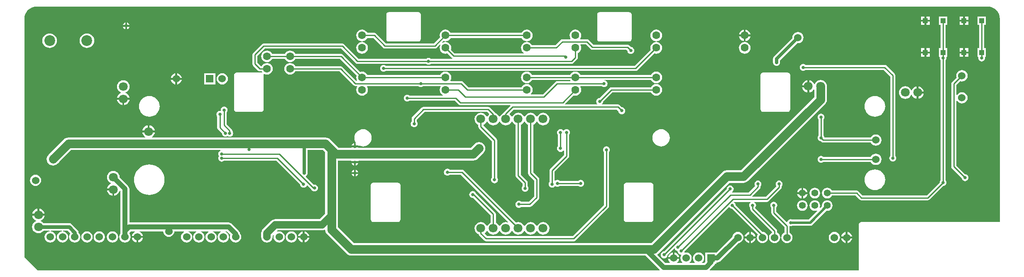
<source format=gtl>
%FSLAX25Y25*%
%MOIN*%
G70*
G01*
G75*
G04 Layer_Physical_Order=1*
G04 Layer_Color=255*
%ADD10R,0.03937X0.03937*%
%ADD11R,0.03937X0.03937*%
%ADD12C,0.01000*%
%ADD13C,0.02500*%
%ADD14C,0.04000*%
%ADD15C,0.07000*%
%ADD16C,0.06000*%
%ADD17C,0.02000*%
%ADD18C,0.03000*%
%ADD19C,0.06000*%
%ADD20C,0.05512*%
%ADD21C,0.06300*%
%ADD22C,0.07087*%
%ADD23C,0.08661*%
%ADD24R,0.06000X0.06000*%
%ADD25C,0.02500*%
%ADD26C,0.05000*%
G36*
X777372Y214352D02*
X779245Y213783D01*
X780972Y212861D01*
X782485Y211619D01*
X783727Y210106D01*
X784650Y208379D01*
X785218Y206506D01*
X785410Y204558D01*
X785404Y204499D01*
X785370Y204331D01*
Y204328D01*
X785370Y204328D01*
X785370Y204327D01*
Y40937D01*
X674000D01*
X673259Y40790D01*
X672630Y40370D01*
X672210Y39741D01*
X672063Y39000D01*
Y2031D01*
X552490D01*
X552298Y2493D01*
X555866Y6061D01*
X556427Y6792D01*
X556720Y7500D01*
X557870D01*
Y8470D01*
X558500D01*
X559414Y8590D01*
X560265Y8943D01*
X560996Y9504D01*
Y9504D01*
X560996D01*
Y9504D01*
Y9504D01*
Y9504D01*
X560996D01*
X575522Y24030D01*
X576175Y24116D01*
X577269Y24569D01*
X578209Y25291D01*
X578931Y26231D01*
X579384Y27325D01*
X579539Y28500D01*
X579384Y29675D01*
X578931Y30769D01*
X578209Y31709D01*
X577269Y32431D01*
X576175Y32884D01*
X575000Y33039D01*
X573825Y32884D01*
X572731Y32431D01*
X571791Y31709D01*
X571069Y30769D01*
X570616Y29675D01*
X570530Y29022D01*
X557967Y16460D01*
X557870Y16500D01*
Y16500D01*
X557870Y16500D01*
X548870D01*
Y9050D01*
X547817Y7997D01*
X546323D01*
X546162Y8470D01*
X546580Y8791D01*
X547301Y9731D01*
X547754Y10825D01*
X547909Y12000D01*
X547754Y13175D01*
X547301Y14269D01*
X546580Y15209D01*
X545640Y15931D01*
X544545Y16384D01*
X543370Y16539D01*
X542195Y16384D01*
X541101Y15931D01*
X540161Y15209D01*
X539439Y14269D01*
X538986Y13175D01*
X538831Y12000D01*
X538986Y10825D01*
X539439Y9731D01*
X540161Y8791D01*
X540578Y8470D01*
X540417Y7997D01*
X536323D01*
X536162Y8470D01*
X536580Y8791D01*
X537301Y9731D01*
X537754Y10825D01*
X537909Y12000D01*
X537754Y13175D01*
X537301Y14269D01*
X536580Y15209D01*
X535639Y15931D01*
X534545Y16384D01*
X533370Y16539D01*
X532337Y16403D01*
X532033Y16800D01*
X532049Y16839D01*
X532127Y17430D01*
X567637Y52940D01*
X568136Y52907D01*
X568419Y52539D01*
X568993Y52098D01*
X569662Y51821D01*
X570253Y51743D01*
X590959Y31037D01*
X590754Y30769D01*
X590301Y29675D01*
X590146Y28500D01*
X590301Y27325D01*
X590754Y26231D01*
X591476Y25291D01*
X592416Y24569D01*
X593510Y24116D01*
X594685Y23961D01*
X595860Y24116D01*
X596954Y24569D01*
X597894Y25291D01*
X598616Y26231D01*
X599069Y27325D01*
X599224Y28500D01*
X599069Y29675D01*
X598616Y30769D01*
X597894Y31709D01*
X596954Y32431D01*
X595860Y32884D01*
X594731Y33033D01*
X573137Y54627D01*
X573059Y55218D01*
X572782Y55887D01*
X572341Y56461D01*
X571767Y56902D01*
X571739Y57042D01*
X571900Y57203D01*
X585098D01*
X585258Y56730D01*
X584909Y56461D01*
X584468Y55887D01*
X584191Y55218D01*
X584096Y54500D01*
X584191Y53782D01*
X584468Y53113D01*
X584831Y52640D01*
Y51420D01*
X584831Y51420D01*
X584831D01*
X584986Y50639D01*
X585428Y49978D01*
X602447Y32959D01*
X602349Y32469D01*
X602258Y32431D01*
X601318Y31709D01*
X600597Y30769D01*
X600143Y29675D01*
X599989Y28500D01*
X600143Y27325D01*
X600597Y26231D01*
X601318Y25291D01*
X602258Y24569D01*
X603353Y24116D01*
X604528Y23961D01*
X605702Y24116D01*
X606797Y24569D01*
X607737Y25291D01*
X608458Y26231D01*
X608912Y27325D01*
X609066Y28500D01*
X608912Y29675D01*
X608458Y30769D01*
X607737Y31709D01*
X606797Y32431D01*
X606567Y32526D01*
Y33762D01*
X606412Y34542D01*
X605969Y35204D01*
X588909Y52264D01*
Y52640D01*
X589272Y53113D01*
X589549Y53782D01*
X589644Y54500D01*
X589549Y55218D01*
X589272Y55887D01*
X588831Y56461D01*
X588257Y56902D01*
X587588Y57179D01*
Y57179D01*
X587589Y57203D01*
X598362D01*
X599143Y57358D01*
X599804Y57800D01*
Y57800D01*
X599804D01*
Y57800D01*
Y57800D01*
Y57800D01*
X599804D01*
X609562Y67558D01*
X610004Y68220D01*
X610159Y69000D01*
X610159D01*
Y69000D01*
X610159D01*
Y69000D01*
Y69000D01*
X610159D01*
X610159Y69000D01*
Y69727D01*
X610522Y70200D01*
X610799Y70869D01*
X610894Y71587D01*
X610799Y72304D01*
X610522Y72973D01*
X610081Y73548D01*
X609507Y73989D01*
X608838Y74266D01*
X608120Y74360D01*
X607402Y74266D01*
X606733Y73989D01*
X606159Y73548D01*
X605718Y72973D01*
X605441Y72304D01*
X605346Y71587D01*
X605441Y70869D01*
X605718Y70200D01*
X606030Y69793D01*
X597518Y61282D01*
X586711D01*
X586520Y61743D01*
X592562Y67786D01*
X593004Y68447D01*
X593159Y69228D01*
X593159D01*
Y69228D01*
X593159Y69228D01*
Y69277D01*
X593159Y69726D01*
X593522Y70199D01*
X593799Y70868D01*
X593894Y71586D01*
X593799Y72304D01*
X593522Y72973D01*
X593081Y73548D01*
X592507Y73988D01*
X591838Y74265D01*
X591120Y74360D01*
X590402Y74265D01*
X589733Y73988D01*
X589159Y73548D01*
X588718Y72973D01*
X588441Y72304D01*
X588346Y71586D01*
X588441Y70868D01*
X588718Y70199D01*
X588931Y69922D01*
X583775Y64767D01*
X570473D01*
X570312Y65240D01*
X570814Y65625D01*
X571255Y66200D01*
X571532Y66869D01*
X571626Y67587D01*
X571532Y68305D01*
X571255Y68973D01*
X570814Y69548D01*
X570240Y69989D01*
X569571Y70266D01*
X568853Y70360D01*
X568135Y70266D01*
X567466Y69989D01*
X566891Y69548D01*
X566451Y68973D01*
X566174Y68305D01*
X566096Y67713D01*
X515696Y17314D01*
X515105Y17236D01*
X514436Y16959D01*
X513862Y16518D01*
X513421Y15944D01*
X513144Y15275D01*
X513049Y14557D01*
X513144Y13839D01*
X513421Y13170D01*
X513862Y12596D01*
X514436Y12155D01*
X515105Y11878D01*
X515823Y11783D01*
X516541Y11878D01*
X517210Y12155D01*
X517784Y12596D01*
X518225Y13170D01*
X518502Y13839D01*
X518580Y14430D01*
X523813Y19664D01*
X524304Y19566D01*
X524468Y19170D01*
X524909Y18596D01*
X525483Y18155D01*
X526152Y17878D01*
X526372Y17849D01*
X526596Y17557D01*
X526691Y16839D01*
X526968Y16170D01*
X527409Y15596D01*
X527983Y15155D01*
X528652Y14878D01*
X529295Y14793D01*
X529487Y14331D01*
X529439Y14269D01*
X528986Y13175D01*
X528831Y12000D01*
X528986Y10825D01*
X529439Y9731D01*
X530161Y8791D01*
X530578Y8470D01*
X530417Y7997D01*
X526323D01*
X526162Y8470D01*
X526580Y8791D01*
X527301Y9731D01*
X527754Y10825D01*
X527810Y11250D01*
X518930D01*
X518986Y10825D01*
X519439Y9731D01*
X520161Y8791D01*
X520578Y8470D01*
X520417Y7997D01*
X516742D01*
X510350Y14389D01*
X510382Y14888D01*
X511119Y15454D01*
X568209Y72544D01*
X579587D01*
X580892Y72715D01*
X582108Y73219D01*
X583153Y74021D01*
X645006Y135874D01*
X645808Y136918D01*
X646311Y138135D01*
X646483Y139440D01*
Y149887D01*
X646527Y150218D01*
X646353Y151534D01*
X645845Y152761D01*
X645037Y153814D01*
X643983Y154623D01*
X642756Y155131D01*
X641440Y155304D01*
X640123Y155131D01*
X638896Y154623D01*
X637843Y153814D01*
X637035Y152761D01*
X636768Y152119D01*
X636269D01*
X636003Y152761D01*
X635194Y153814D01*
X634141Y154623D01*
X632914Y155131D01*
X632347Y155206D01*
Y150217D01*
Y145229D01*
X632914Y145304D01*
X634141Y145812D01*
X635194Y146621D01*
X635923Y147571D01*
X636397Y147410D01*
Y141529D01*
X577498Y82630D01*
X566120D01*
X566120Y82630D01*
X564815Y82458D01*
X563598Y81954D01*
X562554Y81153D01*
X505464Y24063D01*
X266510D01*
X253657Y36916D01*
Y90514D01*
X264592D01*
X264870Y90098D01*
X264791Y89907D01*
X270123D01*
X270043Y90098D01*
X270321Y90514D01*
X362446D01*
X363752Y90685D01*
X364968Y91189D01*
X366012Y91991D01*
X370673Y96652D01*
X371474Y97696D01*
X371978Y98912D01*
X372150Y100218D01*
X371978Y101523D01*
X371474Y102739D01*
X370673Y103784D01*
X369629Y104585D01*
X368412Y105089D01*
X367107Y105261D01*
X365802Y105089D01*
X364585Y104585D01*
X363541Y103784D01*
X360357Y100600D01*
X270363D01*
X270085Y101016D01*
X270123Y101107D01*
X264791D01*
X264829Y101016D01*
X264551Y100600D01*
X254338D01*
X247372Y107566D01*
X246327Y108367D01*
X245111Y108871D01*
X243806Y109043D01*
X104608D01*
X104447Y109517D01*
X105397Y110246D01*
X106205Y111299D01*
X106713Y112526D01*
X106788Y113093D01*
X96812D01*
X96886Y112526D01*
X97395Y111299D01*
X98203Y110246D01*
X99153Y109517D01*
X98992Y109043D01*
X37398D01*
X36092Y108871D01*
X34876Y108367D01*
X33832Y107566D01*
X21391Y95125D01*
X20589Y94081D01*
X20086Y92864D01*
X19914Y91559D01*
X20086Y90254D01*
X20589Y89038D01*
X21391Y87993D01*
X22435Y87192D01*
X23652Y86688D01*
X24957Y86516D01*
X26262Y86688D01*
X27478Y87192D01*
X28523Y87993D01*
X28576Y88046D01*
X28844Y88157D01*
X29418Y88598D01*
X29859Y89172D01*
X29970Y89440D01*
X39487Y98957D01*
X101468D01*
X101800Y98913D01*
X102132Y98957D01*
X159454D01*
X159552Y98466D01*
X159072Y98268D01*
X158497Y97827D01*
X158056Y97252D01*
X157779Y96583D01*
X157685Y95865D01*
X157779Y95148D01*
X158056Y94479D01*
X158354Y94091D01*
X158056Y93703D01*
X157779Y93034D01*
X157685Y92316D01*
X157779Y91598D01*
X158056Y90929D01*
X158497Y90355D01*
X159072Y89914D01*
X159740Y89637D01*
X160458Y89542D01*
X161176Y89637D01*
X161845Y89914D01*
X162318Y90277D01*
X204395D01*
X223507Y71165D01*
X223570Y70689D01*
X223847Y70020D01*
X224288Y69446D01*
X224862Y69005D01*
X225531Y68728D01*
X226249Y68633D01*
X226967Y68728D01*
X227636Y69005D01*
X228210Y69446D01*
X228651Y70020D01*
X228778Y70326D01*
X229268Y70424D01*
X232458Y67234D01*
X232547Y67020D01*
X232988Y66446D01*
X233562Y66005D01*
X234231Y65728D01*
X234949Y65633D01*
X235667Y65728D01*
X236336Y66005D01*
X236910Y66446D01*
X237351Y67020D01*
X237628Y67689D01*
X237723Y68407D01*
X237628Y69125D01*
X237351Y69794D01*
X236910Y70368D01*
X236336Y70809D01*
X235667Y71086D01*
X234949Y71181D01*
X234357Y71103D01*
X229861Y75599D01*
X227946Y77513D01*
X228044Y78004D01*
X228167Y78055D01*
X228741Y78496D01*
X229182Y79070D01*
X229459Y79739D01*
X229553Y80457D01*
X229553Y80457D01*
Y90456D01*
X229553Y90457D01*
X229553Y90457D01*
Y98957D01*
X241717D01*
X243570Y97103D01*
Y47717D01*
X239219Y43366D01*
X203599D01*
X202424Y43211D01*
X201330Y42758D01*
X200390Y42036D01*
X193570Y35217D01*
X192849Y34277D01*
X192661Y33823D01*
X192395Y33182D01*
X192241Y32007D01*
Y29000D01*
X192241Y29000D01*
X192241D01*
X192395Y27825D01*
X192849Y26730D01*
X193570Y25790D01*
X194510Y25069D01*
X195605Y24616D01*
X196780Y24461D01*
X197954Y24616D01*
X199049Y25069D01*
X199989Y25790D01*
X200710Y26730D01*
X201164Y27825D01*
X201319Y29000D01*
Y30127D01*
X201949Y30757D01*
X202364Y30480D01*
X202238Y30175D01*
X202083Y29000D01*
X202238Y27825D01*
X202691Y26730D01*
X203413Y25790D01*
X204353Y25069D01*
X205447Y24616D01*
X206622Y24461D01*
X207797Y24616D01*
X208892Y25069D01*
X209832Y25790D01*
X210553Y26730D01*
X211006Y27825D01*
X211161Y29000D01*
X211006Y30175D01*
X210553Y31269D01*
X209832Y32209D01*
X208892Y32931D01*
X207797Y33384D01*
X206622Y33539D01*
X205447Y33384D01*
X205142Y33258D01*
X204865Y33673D01*
X205479Y34288D01*
X241099D01*
X242274Y34443D01*
X242915Y34708D01*
X243172Y34815D01*
X243605Y34565D01*
X243742Y33522D01*
X244246Y32305D01*
X245048Y31261D01*
X260855Y15454D01*
X260855D01*
X260855Y15454D01*
X260855D01*
X260855Y15454D01*
Y15454D01*
X260855Y15454D01*
Y15454D01*
X261899Y14652D01*
X262759Y14296D01*
X263116Y14149D01*
X264421Y13977D01*
X500777D01*
X512261Y2493D01*
X512069Y2031D01*
X12652D01*
X2031Y12652D01*
Y205054D01*
X2172Y206484D01*
X2743Y208365D01*
X3669Y210099D01*
X4917Y211619D01*
X6436Y212866D01*
X8170Y213793D01*
X10051Y214363D01*
X11481Y214504D01*
X775194D01*
X775194Y214504D01*
X775194Y214504D01*
X775197D01*
X775365Y214538D01*
X775424Y214544D01*
X777372Y214352D01*
D02*
G37*
%LPC*%
G36*
X627530Y68451D02*
Y65007D01*
X630973D01*
X630926Y65368D01*
X630497Y66403D01*
X629815Y67292D01*
X628926Y67974D01*
X627891Y68403D01*
X627530Y68451D01*
D02*
G37*
G36*
X626030D02*
X625669Y68403D01*
X624633Y67974D01*
X623744Y67292D01*
X623062Y66403D01*
X622633Y65368D01*
X622586Y65007D01*
X626030D01*
Y68451D01*
D02*
G37*
G36*
X102322Y87300D02*
X100403Y87149D01*
X98531Y86700D01*
X96753Y85963D01*
X95112Y84958D01*
X93648Y83708D01*
X92398Y82244D01*
X91393Y80603D01*
X90656Y78825D01*
X90207Y76953D01*
X90056Y75034D01*
X90207Y73115D01*
X90656Y71244D01*
X91393Y69465D01*
X92398Y67824D01*
X93648Y66361D01*
X95112Y65111D01*
X96753Y64105D01*
X98531Y63368D01*
X100403Y62919D01*
X102322Y62768D01*
X104241Y62919D01*
X106112Y63368D01*
X107890Y64105D01*
X109532Y65111D01*
X110995Y66361D01*
X112245Y67824D01*
X113251Y69465D01*
X113988Y71244D01*
X114437Y73115D01*
X114588Y75034D01*
X114437Y76953D01*
X113988Y78825D01*
X113251Y80603D01*
X112245Y82244D01*
X110995Y83708D01*
X109532Y84958D01*
X107890Y85963D01*
X106112Y86700D01*
X104241Y87149D01*
X102322Y87300D01*
D02*
G37*
G36*
X266707Y79707D02*
X264791D01*
X265055Y79070D01*
X265495Y78496D01*
X266070Y78055D01*
X266707Y77791D01*
Y79707D01*
D02*
G37*
G36*
X11000Y79039D02*
X9825Y78884D01*
X8731Y78431D01*
X7791Y77710D01*
X7069Y76770D01*
X6616Y75675D01*
X6461Y74500D01*
X6616Y73325D01*
X7069Y72231D01*
X7791Y71291D01*
X8731Y70569D01*
X9825Y70116D01*
X11000Y69961D01*
X12175Y70116D01*
X13269Y70569D01*
X14209Y71291D01*
X14931Y72231D01*
X15384Y73325D01*
X15539Y74500D01*
X15384Y75675D01*
X14931Y76770D01*
X14209Y77710D01*
X13269Y78431D01*
X12175Y78884D01*
X11000Y79039D01*
D02*
G37*
G36*
X684999Y83366D02*
X683374Y83205D01*
X681811Y82731D01*
X680370Y81962D01*
X679108Y80925D01*
X678072Y79663D01*
X677302Y78222D01*
X676828Y76660D01*
X676667Y75034D01*
X676828Y73409D01*
X677302Y71846D01*
X678072Y70405D01*
X679108Y69143D01*
X680370Y68107D01*
X681811Y67337D01*
X683374Y66863D01*
X684999Y66703D01*
X686624Y66863D01*
X688187Y67337D01*
X689628Y68107D01*
X690890Y69143D01*
X691926Y70405D01*
X692696Y71846D01*
X693170Y73409D01*
X693330Y75034D01*
X693170Y76660D01*
X692696Y78222D01*
X691926Y79663D01*
X690890Y80925D01*
X689628Y81962D01*
X688187Y82731D01*
X686624Y83205D01*
X684999Y83366D01*
D02*
G37*
G36*
X743221Y206516D02*
X736284D01*
Y199579D01*
X737714D01*
Y180925D01*
X736284D01*
Y173988D01*
X736736D01*
X737066Y173612D01*
X736979Y172957D01*
X737074Y172239D01*
X737351Y171570D01*
X737714Y171097D01*
Y74572D01*
X737351Y74099D01*
X737074Y73431D01*
X736996Y72839D01*
X726652Y62496D01*
X674925D01*
X671722Y65699D01*
X671060Y66141D01*
X670280Y66296D01*
X650541D01*
X650497Y66403D01*
X649815Y67292D01*
X648926Y67974D01*
X647891Y68403D01*
X646780Y68550D01*
X645669Y68403D01*
X644633Y67974D01*
X643744Y67292D01*
X643062Y66403D01*
X642633Y65368D01*
X642487Y64257D01*
X642633Y63146D01*
X643062Y62111D01*
X643744Y61222D01*
X644633Y60539D01*
X645669Y60111D01*
X646780Y59964D01*
X647891Y60111D01*
X648926Y60539D01*
X649815Y61222D01*
X650497Y62111D01*
X650541Y62218D01*
X669435D01*
X672638Y59015D01*
X673300Y58573D01*
X674080Y58417D01*
X727497D01*
X728277Y58573D01*
X728939Y59015D01*
Y59015D01*
X728939D01*
D01*
D01*
D01*
D01*
D01*
D01*
X728939D01*
D01*
X728939D01*
Y59015D01*
D01*
D01*
D01*
D01*
Y59015D01*
D01*
D01*
D01*
D01*
D01*
D01*
Y59015D01*
D01*
D01*
X728939D01*
D01*
D01*
D01*
D01*
D01*
X739880Y69956D01*
X740471Y70033D01*
X741140Y70310D01*
X741714Y70751D01*
X742155Y71326D01*
X742432Y71995D01*
X742527Y72713D01*
X742432Y73431D01*
X742155Y74099D01*
X741792Y74572D01*
Y171097D01*
X742155Y171570D01*
X742432Y172239D01*
X742527Y172957D01*
X742432Y173675D01*
X742642Y173988D01*
X743221D01*
Y180925D01*
X741792D01*
Y199579D01*
X743221D01*
Y206516D01*
D02*
G37*
G36*
X636780Y68550D02*
X635669Y68403D01*
X634633Y67974D01*
X633744Y67292D01*
X633062Y66403D01*
X632633Y65368D01*
X632487Y64257D01*
X632633Y63146D01*
X633062Y62111D01*
X633744Y61222D01*
X634633Y60539D01*
X635669Y60111D01*
X636780Y59964D01*
X637891Y60111D01*
X638926Y60539D01*
X639815Y61222D01*
X640497Y62111D01*
X640926Y63146D01*
X641072Y64257D01*
X640926Y65368D01*
X640497Y66403D01*
X639815Y67292D01*
X638926Y67974D01*
X637891Y68403D01*
X636780Y68550D01*
D02*
G37*
G36*
X646780Y58549D02*
X645669Y58403D01*
X644633Y57974D01*
X643744Y57292D01*
X643062Y56403D01*
X642633Y55368D01*
X642487Y54257D01*
X642567Y53649D01*
X641027Y52110D01*
X640612Y52387D01*
X640926Y53146D01*
X641072Y54257D01*
X640926Y55368D01*
X640497Y56403D01*
X639815Y57292D01*
X638926Y57974D01*
X637891Y58403D01*
X636780Y58549D01*
X635669Y58403D01*
X634633Y57974D01*
X633744Y57292D01*
X633062Y56403D01*
X632633Y55368D01*
X632487Y54257D01*
X632633Y53146D01*
X633062Y52111D01*
X633744Y51222D01*
X634633Y50539D01*
X635669Y50111D01*
X636780Y49964D01*
X637891Y50111D01*
X638649Y50425D01*
X638927Y50009D01*
X631967Y43049D01*
X618402D01*
X618088Y43179D01*
X617370Y43274D01*
X616652Y43179D01*
X615983Y42902D01*
X615409Y42461D01*
X614968Y41887D01*
X614691Y41218D01*
X614670Y41057D01*
X614196Y40897D01*
X605909Y49184D01*
Y52640D01*
X606272Y53113D01*
X606549Y53782D01*
X606644Y54500D01*
X606549Y55218D01*
X606272Y55887D01*
X605831Y56461D01*
X605257Y56902D01*
X604588Y57179D01*
X603870Y57274D01*
X603152Y57179D01*
X602483Y56902D01*
X601909Y56461D01*
X601468Y55887D01*
X601191Y55218D01*
X601096Y54500D01*
X601191Y53782D01*
X601468Y53113D01*
X601831Y52640D01*
Y48339D01*
X601831Y48339D01*
X601831D01*
X601986Y47559D01*
X602428Y46897D01*
X612331Y36994D01*
Y32526D01*
X612101Y32431D01*
X611161Y31709D01*
X610439Y30769D01*
X609986Y29675D01*
X609831Y28500D01*
X609986Y27325D01*
X610439Y26231D01*
X611161Y25291D01*
X612101Y24569D01*
X613195Y24116D01*
X614370Y23961D01*
X615545Y24116D01*
X616640Y24569D01*
X617580Y25291D01*
X618301Y26231D01*
X618754Y27325D01*
X618909Y28500D01*
X618754Y29675D01*
X618301Y30769D01*
X617580Y31709D01*
X616640Y32431D01*
X616409Y32526D01*
Y37235D01*
X616565Y37610D01*
X616785Y37803D01*
X617370Y37726D01*
X618088Y37821D01*
X618402Y37951D01*
X633023D01*
X633998Y38145D01*
X634825Y38698D01*
Y38698D01*
X634825D01*
D01*
D01*
D01*
D01*
D01*
D01*
X634825D01*
D01*
X634825D01*
Y38698D01*
D01*
D01*
D01*
D01*
Y38698D01*
D01*
D01*
D01*
D01*
D01*
D01*
Y38698D01*
D01*
D01*
X634825D01*
D01*
D01*
D01*
D01*
D01*
X646172Y50044D01*
X646780Y49964D01*
X647891Y50111D01*
X648926Y50539D01*
X649815Y51222D01*
X650497Y52111D01*
X650926Y53146D01*
X651072Y54257D01*
X650926Y55368D01*
X650497Y56403D01*
X649815Y57292D01*
X648926Y57974D01*
X647891Y58403D01*
X646780Y58549D01*
D02*
G37*
G36*
X626780D02*
X625669Y58403D01*
X624633Y57974D01*
X623744Y57292D01*
X623062Y56403D01*
X622633Y55368D01*
X622487Y54257D01*
X622633Y53146D01*
X623062Y52111D01*
X623744Y51222D01*
X624633Y50539D01*
X625669Y50111D01*
X626780Y49964D01*
X627891Y50111D01*
X628926Y50539D01*
X629815Y51222D01*
X630497Y52111D01*
X630926Y53146D01*
X631072Y54257D01*
X630926Y55368D01*
X630497Y56403D01*
X629815Y57292D01*
X628926Y57974D01*
X627891Y58403D01*
X626780Y58549D01*
D02*
G37*
G36*
X72650Y66408D02*
X68412D01*
X68486Y65841D01*
X68995Y64614D01*
X69803Y63561D01*
X70857Y62752D01*
X72083Y62244D01*
X72650Y62169D01*
Y66408D01*
D02*
G37*
G36*
X630973Y63507D02*
X627530D01*
Y60063D01*
X627891Y60111D01*
X628926Y60539D01*
X629815Y61222D01*
X630497Y62111D01*
X630926Y63146D01*
X630973Y63507D01*
D02*
G37*
G36*
X626030D02*
X622586D01*
X622633Y63146D01*
X623062Y62111D01*
X623744Y61222D01*
X624633Y60539D01*
X625669Y60111D01*
X626030Y60063D01*
Y63507D01*
D02*
G37*
G36*
X270123Y79707D02*
X268207D01*
Y77791D01*
X268844Y78055D01*
X269418Y78496D01*
X269859Y79070D01*
X270123Y79707D01*
D02*
G37*
G36*
X266707Y104523D02*
X266070Y104259D01*
X265495Y103818D01*
X265055Y103244D01*
X264791Y102607D01*
X266707D01*
Y104523D01*
D02*
G37*
G36*
X641780Y128231D02*
X641062Y128136D01*
X640393Y127859D01*
X639818Y127418D01*
X639377Y126844D01*
X639100Y126175D01*
X639006Y125457D01*
X639100Y124739D01*
X639377Y124070D01*
X639741Y123597D01*
Y110587D01*
X639377Y110114D01*
X639100Y109444D01*
X639006Y108727D01*
X639100Y108009D01*
X639377Y107340D01*
X639818Y106765D01*
X640393Y106325D01*
X641062Y106047D01*
X641653Y105970D01*
X642107Y105515D01*
X642769Y105073D01*
X643549Y104918D01*
X681753D01*
X681849Y104687D01*
X682570Y103747D01*
X683510Y103026D01*
X684605Y102573D01*
X685780Y102418D01*
X686954Y102573D01*
X688049Y103026D01*
X688989Y103747D01*
X689710Y104687D01*
X690164Y105782D01*
X690318Y106957D01*
X690164Y108132D01*
X689710Y109226D01*
X688989Y110166D01*
X688049Y110888D01*
X686954Y111341D01*
X685780Y111496D01*
X684605Y111341D01*
X683510Y110888D01*
X682570Y110166D01*
X681849Y109226D01*
X681753Y108996D01*
X644518D01*
X644459Y109444D01*
X644182Y110114D01*
X643819Y110587D01*
Y123597D01*
X644182Y124070D01*
X644459Y124739D01*
X644553Y125457D01*
X644459Y126175D01*
X644182Y126844D01*
X643741Y127418D01*
X643166Y127859D01*
X642497Y128136D01*
X641780Y128231D01*
D02*
G37*
G36*
X513345Y115718D02*
X511990Y115584D01*
X510687Y115189D01*
X509486Y114547D01*
X508433Y113683D01*
X507569Y112630D01*
X506927Y111430D01*
X506532Y110126D01*
X506399Y108771D01*
X506532Y107416D01*
X506927Y106113D01*
X507569Y104912D01*
X508433Y103859D01*
X509486Y102995D01*
X510687Y102353D01*
X511990Y101958D01*
X513345Y101824D01*
X514701Y101958D01*
X516004Y102353D01*
X517205Y102995D01*
X518258Y103859D01*
X519122Y104912D01*
X519764Y106113D01*
X520159Y107416D01*
X520292Y108771D01*
X520159Y110126D01*
X519764Y111430D01*
X519122Y112630D01*
X518258Y113683D01*
X517205Y114547D01*
X516004Y115189D01*
X514701Y115584D01*
X513345Y115718D01*
D02*
G37*
G36*
X437400Y115817D02*
X436682Y115723D01*
X436013Y115446D01*
X435438Y115005D01*
X435253Y114764D01*
X434753D01*
X434568Y115005D01*
X433994Y115446D01*
X433325Y115723D01*
X432607Y115817D01*
X431889Y115723D01*
X431220Y115446D01*
X430646Y115005D01*
X430205Y114430D01*
X429928Y113761D01*
X429833Y113044D01*
X429928Y112326D01*
X430205Y111657D01*
X430568Y111184D01*
Y102077D01*
X430205Y101604D01*
X429928Y100935D01*
X429833Y100217D01*
X429928Y99500D01*
X430205Y98831D01*
X430646Y98256D01*
X431220Y97815D01*
X431889Y97538D01*
X432607Y97444D01*
X433325Y97538D01*
X433994Y97815D01*
X434568Y98256D01*
X434887Y98671D01*
X435360Y98511D01*
Y94888D01*
X424458Y83986D01*
X424016Y83324D01*
X423861Y82544D01*
Y73403D01*
X423498Y72930D01*
X423220Y72262D01*
X423126Y71544D01*
X423220Y70826D01*
X423498Y70157D01*
X423938Y69582D01*
X424513Y69142D01*
X425182Y68864D01*
X425900Y68770D01*
X426618Y68864D01*
X427286Y69142D01*
X427861Y69582D01*
X428070Y69854D01*
X428566Y69920D01*
X428781Y69754D01*
X429450Y69477D01*
X430168Y69383D01*
X430886Y69477D01*
X431555Y69754D01*
X432027Y70117D01*
X446808D01*
X447281Y69754D01*
X447950Y69477D01*
X448668Y69383D01*
X449385Y69477D01*
X450055Y69754D01*
X450629Y70195D01*
X451070Y70770D01*
X451347Y71439D01*
X451441Y72157D01*
X451347Y72874D01*
X451070Y73544D01*
X450629Y74118D01*
X450055Y74559D01*
X449385Y74836D01*
X448668Y74930D01*
X447950Y74836D01*
X447281Y74559D01*
X446808Y74196D01*
X432027D01*
X431555Y74559D01*
X430886Y74836D01*
X430168Y74930D01*
X429450Y74836D01*
X428781Y74559D01*
X428387Y74257D01*
X427939Y74478D01*
Y81699D01*
X438842Y92602D01*
X439284Y93263D01*
X439439Y94044D01*
X439439Y94044D01*
Y111184D01*
X439802Y111657D01*
X440079Y112326D01*
X440173Y113044D01*
X440079Y113761D01*
X439802Y114430D01*
X439361Y115005D01*
X438787Y115446D01*
X438118Y115723D01*
X437400Y115817D01*
D02*
G37*
G36*
X102550Y118831D02*
Y114593D01*
X106788D01*
X106713Y115159D01*
X106205Y116386D01*
X105397Y117439D01*
X104343Y118248D01*
X103117Y118756D01*
X102550Y118831D01*
D02*
G37*
G36*
X101050D02*
X100483Y118756D01*
X99257Y118248D01*
X98203Y117439D01*
X97395Y116386D01*
X96886Y115159D01*
X96812Y114593D01*
X101050D01*
Y118831D01*
D02*
G37*
G36*
X273975Y115718D02*
X272620Y115584D01*
X271317Y115189D01*
X270116Y114547D01*
X269063Y113683D01*
X268199Y112630D01*
X267557Y111430D01*
X267162Y110126D01*
X267028Y108771D01*
X267162Y107416D01*
X267557Y106113D01*
X268159Y104987D01*
X267986Y104737D01*
X267802Y104585D01*
X268175Y104536D01*
X268207Y104523D01*
Y102607D01*
X270123D01*
X270136Y102575D01*
X270150Y102473D01*
X270536Y102741D01*
X270568Y102753D01*
X271317Y102353D01*
X272620Y101958D01*
X273975Y101824D01*
X275331Y101958D01*
X276634Y102353D01*
X277835Y102995D01*
X278888Y103859D01*
X279751Y104912D01*
X280393Y106113D01*
X280789Y107416D01*
X280922Y108771D01*
X280789Y110126D01*
X280393Y111430D01*
X279751Y112630D01*
X278888Y113683D01*
X277835Y114547D01*
X276634Y115189D01*
X275331Y115584D01*
X273975Y115718D01*
D02*
G37*
G36*
X266707Y88407D02*
X264791D01*
X265055Y87770D01*
X265495Y87195D01*
X266070Y86755D01*
X266707Y86491D01*
Y88407D01*
D02*
G37*
G36*
X268207Y83123D02*
Y81207D01*
X270123D01*
X269859Y81844D01*
X269418Y82418D01*
X268844Y82859D01*
X268207Y83123D01*
D02*
G37*
G36*
X266707D02*
X266070Y82859D01*
X265495Y82418D01*
X265055Y81844D01*
X264791Y81207D01*
X266707D01*
Y83123D01*
D02*
G37*
G36*
X685780Y95996D02*
X684605Y95841D01*
X683510Y95388D01*
X682570Y94666D01*
X681849Y93726D01*
X681753Y93496D01*
X643640D01*
X643166Y93859D01*
X642497Y94136D01*
X641780Y94231D01*
X641062Y94136D01*
X640393Y93859D01*
X639818Y93418D01*
X639377Y92844D01*
X639100Y92175D01*
X639006Y91457D01*
X639100Y90739D01*
X639377Y90070D01*
X639818Y89495D01*
X640393Y89055D01*
X641062Y88778D01*
X641780Y88683D01*
X642497Y88778D01*
X643166Y89055D01*
X643640Y89418D01*
X681753D01*
X681849Y89187D01*
X682570Y88247D01*
X683510Y87526D01*
X684605Y87073D01*
X685780Y86918D01*
X686954Y87073D01*
X688049Y87526D01*
X688989Y88247D01*
X689710Y89187D01*
X690164Y90282D01*
X690318Y91457D01*
X690164Y92632D01*
X689710Y93726D01*
X688989Y94666D01*
X688049Y95388D01*
X686954Y95841D01*
X685780Y95996D01*
D02*
G37*
G36*
X627500Y168274D02*
X626782Y168179D01*
X626113Y167902D01*
X625539Y167461D01*
X625098Y166887D01*
X624821Y166218D01*
X624726Y165500D01*
X624821Y164782D01*
X625098Y164113D01*
X625539Y163539D01*
X626113Y163098D01*
X626782Y162821D01*
X627500Y162726D01*
X628218Y162821D01*
X628887Y163098D01*
X629360Y163461D01*
X692005D01*
X697310Y158155D01*
Y94257D01*
X696947Y93784D01*
X696670Y93116D01*
X696576Y92398D01*
X696670Y91680D01*
X696947Y91011D01*
X697388Y90436D01*
X697963Y89995D01*
X698632Y89718D01*
X699350Y89624D01*
X700068Y89718D01*
X700736Y89995D01*
X701311Y90436D01*
X701752Y91011D01*
X702029Y91680D01*
X702123Y92398D01*
X702029Y93116D01*
X701752Y93784D01*
X701389Y94257D01*
Y159000D01*
X701233Y159780D01*
X700792Y160442D01*
Y160442D01*
X700792D01*
D01*
D01*
D01*
D01*
D01*
D01*
X700792Y160442D01*
D01*
X700792Y160442D01*
D01*
D01*
X700792D01*
D01*
D01*
Y160442D01*
D01*
X694291Y166942D01*
X693630Y167384D01*
X692850Y167539D01*
X629360D01*
X628887Y167902D01*
X628218Y168179D01*
X627500Y168274D01*
D02*
G37*
G36*
X270123Y88407D02*
X268207D01*
Y86491D01*
X268844Y86755D01*
X269418Y87195D01*
X269859Y87770D01*
X270123Y88407D01*
D02*
G37*
G36*
X14085Y51831D02*
Y47592D01*
X18323D01*
X18248Y48159D01*
X17740Y49386D01*
X16932Y50439D01*
X15878Y51248D01*
X14651Y51756D01*
X14085Y51831D01*
D02*
G37*
G36*
X62150Y33539D02*
X60975Y33384D01*
X59880Y32931D01*
X58940Y32209D01*
X58219Y31269D01*
X57766Y30175D01*
X57611Y29000D01*
X57766Y27825D01*
X58219Y26730D01*
X58940Y25790D01*
X59880Y25069D01*
X60975Y24616D01*
X62150Y24461D01*
X63324Y24616D01*
X64419Y25069D01*
X65359Y25790D01*
X66080Y26730D01*
X66534Y27825D01*
X66689Y29000D01*
X66534Y30175D01*
X66080Y31269D01*
X65359Y32209D01*
X64419Y32931D01*
X63324Y33384D01*
X62150Y33539D01*
D02*
G37*
G36*
X52307D02*
X51132Y33384D01*
X50038Y32931D01*
X49098Y32209D01*
X48376Y31269D01*
X47923Y30175D01*
X47768Y29000D01*
X47923Y27825D01*
X48376Y26730D01*
X49098Y25790D01*
X50038Y25069D01*
X51132Y24616D01*
X52307Y24461D01*
X53482Y24616D01*
X54577Y25069D01*
X55517Y25790D01*
X56238Y26730D01*
X56691Y27825D01*
X56846Y29000D01*
X56691Y30175D01*
X56238Y31269D01*
X55517Y32209D01*
X54577Y32931D01*
X53482Y33384D01*
X52307Y33539D01*
D02*
G37*
G36*
X18323Y46092D02*
X8347D01*
X8421Y45526D01*
X8929Y44299D01*
X9738Y43246D01*
X10791Y42437D01*
X11433Y42171D01*
Y41671D01*
X10791Y41405D01*
X9738Y40597D01*
X8929Y39543D01*
X8421Y38317D01*
X8248Y37000D01*
X8421Y35683D01*
X8929Y34457D01*
X9738Y33403D01*
X10791Y32595D01*
X12018Y32087D01*
X13335Y31913D01*
X14651Y32087D01*
X15878Y32595D01*
X16932Y33403D01*
X17370Y33974D01*
X22264D01*
X22297Y33475D01*
X21605Y33384D01*
X20510Y32931D01*
X19570Y32209D01*
X18849Y31269D01*
X18395Y30175D01*
X18241Y29000D01*
X18395Y27825D01*
X18849Y26730D01*
X19570Y25790D01*
X20510Y25069D01*
X21605Y24616D01*
X22780Y24461D01*
X23954Y24616D01*
X25049Y25069D01*
X25989Y25790D01*
X26710Y26730D01*
X27164Y27825D01*
X27318Y29000D01*
X27164Y30175D01*
X26710Y31269D01*
X25989Y32209D01*
X25049Y32931D01*
X23954Y33384D01*
X23262Y33475D01*
X23295Y33974D01*
X32107D01*
X32139Y33475D01*
X31447Y33384D01*
X30353Y32931D01*
X29413Y32209D01*
X28691Y31269D01*
X28238Y30175D01*
X28083Y29000D01*
X28238Y27825D01*
X28691Y26730D01*
X29413Y25790D01*
X30353Y25069D01*
X31447Y24616D01*
X32622Y24461D01*
X33797Y24616D01*
X34892Y25069D01*
X35832Y25790D01*
X36553Y26730D01*
X37006Y27825D01*
X37161Y29000D01*
X37006Y30175D01*
X36553Y31269D01*
X35832Y32209D01*
X34892Y32931D01*
X33797Y33384D01*
X33105Y33475D01*
X33138Y33974D01*
X36747D01*
X38932Y31789D01*
X38534Y31269D01*
X38080Y30175D01*
X37926Y29000D01*
X38080Y27825D01*
X38534Y26730D01*
X39255Y25790D01*
X40195Y25069D01*
X41290Y24616D01*
X42465Y24461D01*
X43639Y24616D01*
X44734Y25069D01*
X45674Y25790D01*
X46395Y26730D01*
X46849Y27825D01*
X47003Y29000D01*
X46849Y30175D01*
X46395Y31269D01*
X45674Y32209D01*
X45491Y32350D01*
Y32535D01*
X45387Y33318D01*
X45085Y34048D01*
X44604Y34675D01*
X40140Y39140D01*
X39513Y39621D01*
X39299Y39709D01*
X38783Y39923D01*
X38000Y40026D01*
X17370D01*
X16932Y40597D01*
X15878Y41405D01*
X14651Y41914D01*
X15878Y42437D01*
X15878D01*
D01*
D01*
D01*
X15878Y42437D01*
X16932Y43246D01*
X17740Y44299D01*
X18248Y45526D01*
X18323Y46092D01*
D02*
G37*
G36*
X216465Y33539D02*
X215290Y33384D01*
X214195Y32931D01*
X213255Y32209D01*
X212534Y31269D01*
X212081Y30175D01*
X211926Y29000D01*
X212081Y27825D01*
X212534Y26730D01*
X213255Y25790D01*
X214195Y25069D01*
X215290Y24616D01*
X216465Y24461D01*
X217639Y24616D01*
X218734Y25069D01*
X219674Y25790D01*
X220395Y26730D01*
X220849Y27825D01*
X221004Y29000D01*
X220849Y30175D01*
X220395Y31269D01*
X219674Y32209D01*
X218734Y32931D01*
X217639Y33384D01*
X216465Y33539D01*
D02*
G37*
G36*
X73400Y82087D02*
X72083Y81914D01*
X70857Y81405D01*
X69803Y80597D01*
X68995Y79543D01*
X68486Y78317D01*
X68313Y77000D01*
X68486Y75683D01*
X68995Y74457D01*
X69803Y73403D01*
X70857Y72595D01*
X71499Y72329D01*
Y71829D01*
X70857Y71563D01*
X69803Y70754D01*
X68995Y69701D01*
X68486Y68474D01*
X68412Y67908D01*
X73401D01*
Y67159D01*
X74150D01*
Y62169D01*
X74717Y62244D01*
X75943Y62752D01*
X76997Y63561D01*
X77805Y64614D01*
X78313Y65841D01*
X78386Y66388D01*
X78859Y66549D01*
X79249Y66158D01*
Y31791D01*
X78849Y31269D01*
X78395Y30175D01*
X78241Y29000D01*
X78395Y27825D01*
X78849Y26730D01*
X79570Y25790D01*
X80510Y25069D01*
X81605Y24616D01*
X82780Y24461D01*
X83954Y24616D01*
X85049Y25069D01*
X85989Y25790D01*
X86710Y26730D01*
X87164Y27825D01*
X87318Y29000D01*
X87164Y30175D01*
X86710Y31269D01*
X86310Y31791D01*
Y32420D01*
X87419Y33529D01*
X90673D01*
X90771Y33038D01*
X90510Y32931D01*
X89570Y32209D01*
X88849Y31269D01*
X88395Y30175D01*
X88340Y29750D01*
X97220D01*
X97164Y30175D01*
X96710Y31269D01*
X95989Y32209D01*
X95049Y32931D01*
X93954Y33384D01*
X93964Y33529D01*
X113436D01*
X113461Y33500D01*
X113616Y32325D01*
X114069Y31231D01*
X114791Y30291D01*
X115731Y29569D01*
X116825Y29116D01*
X118000Y28961D01*
X119175Y29116D01*
X120270Y29569D01*
X121210Y30291D01*
X121931Y31231D01*
X122384Y32325D01*
X122539Y33500D01*
X122564Y33529D01*
X130173D01*
X130271Y33038D01*
X130010Y32931D01*
X129070Y32209D01*
X128349Y31269D01*
X127895Y30175D01*
X127741Y29000D01*
X127895Y27825D01*
X128349Y26730D01*
X129070Y25790D01*
X130010Y25069D01*
X131105Y24616D01*
X132280Y24461D01*
X133454Y24616D01*
X134549Y25069D01*
X135489Y25790D01*
X136210Y26730D01*
X136664Y27825D01*
X136819Y29000D01*
X136664Y30175D01*
X136210Y31269D01*
X135489Y32209D01*
X134549Y32931D01*
X133454Y33384D01*
X133464Y33529D01*
X140016D01*
X140113Y33038D01*
X139853Y32931D01*
X138913Y32209D01*
X138191Y31269D01*
X137738Y30175D01*
X137583Y29000D01*
X137738Y27825D01*
X138191Y26730D01*
X138913Y25790D01*
X139853Y25069D01*
X140947Y24616D01*
X142122Y24461D01*
X143297Y24616D01*
X144392Y25069D01*
X145332Y25790D01*
X146053Y26730D01*
X146506Y27825D01*
X146661Y29000D01*
X146506Y30175D01*
X146053Y31269D01*
X145332Y32209D01*
X144392Y32931D01*
X143297Y33384D01*
X143306Y33529D01*
X149858D01*
X149956Y33038D01*
X149695Y32931D01*
X148755Y32209D01*
X148034Y31269D01*
X147581Y30175D01*
X147426Y29000D01*
X147581Y27825D01*
X148034Y26730D01*
X148755Y25790D01*
X149695Y25069D01*
X150790Y24616D01*
X151965Y24461D01*
X153139Y24616D01*
X154234Y25069D01*
X155174Y25790D01*
X155895Y26730D01*
X156349Y27825D01*
X156503Y29000D01*
X156349Y30175D01*
X155895Y31269D01*
X155174Y32209D01*
X154234Y32931D01*
X153139Y33384D01*
X153149Y33529D01*
X159701D01*
X159798Y33038D01*
X159538Y32931D01*
X158598Y32209D01*
X157877Y31269D01*
X157423Y30175D01*
X157268Y29000D01*
X157423Y27825D01*
X157877Y26730D01*
X158598Y25790D01*
X159538Y25069D01*
X160633Y24616D01*
X161807Y24461D01*
X162982Y24616D01*
X164077Y25069D01*
X165017Y25790D01*
X165738Y26730D01*
X166191Y27825D01*
X166346Y29000D01*
X166191Y30175D01*
X165738Y31269D01*
X165017Y32209D01*
X164077Y32931D01*
X162982Y33384D01*
X162991Y33529D01*
X164495D01*
X167436Y30587D01*
X167266Y30175D01*
X167111Y29000D01*
X167266Y27825D01*
X167719Y26730D01*
X168440Y25790D01*
X169380Y25069D01*
X170475Y24616D01*
X171650Y24461D01*
X172825Y24616D01*
X173919Y25069D01*
X174859Y25790D01*
X175581Y26730D01*
X176034Y27825D01*
X176189Y29000D01*
X176034Y30175D01*
X175581Y31269D01*
X175112Y31879D01*
X175108Y31910D01*
X175060Y32280D01*
X174707Y33131D01*
X174146Y33862D01*
X174146Y33862D01*
D01*
D01*
D01*
D01*
X174146Y33862D01*
D01*
D01*
X174146D01*
X168453Y39555D01*
X167722Y40116D01*
X166870Y40469D01*
X165957Y40589D01*
X86310D01*
Y67620D01*
X86190Y68534D01*
X85837Y69385D01*
X85276Y70117D01*
X78476Y76917D01*
X78487Y77000D01*
X78313Y78317D01*
X77805Y79543D01*
X76997Y80597D01*
X75943Y81405D01*
X74717Y81914D01*
X73400Y82087D01*
D02*
G37*
G36*
X72780Y33539D02*
X71605Y33384D01*
X70510Y32931D01*
X69570Y32209D01*
X68849Y31269D01*
X68395Y30175D01*
X68241Y29000D01*
X68395Y27825D01*
X68849Y26730D01*
X69570Y25790D01*
X70510Y25069D01*
X71605Y24616D01*
X72780Y24461D01*
X73954Y24616D01*
X75049Y25069D01*
X75989Y25790D01*
X76710Y26730D01*
X77164Y27825D01*
X77318Y29000D01*
X77164Y30175D01*
X76710Y31269D01*
X75989Y32209D01*
X75049Y32931D01*
X73954Y33384D01*
X72780Y33539D01*
D02*
G37*
G36*
X589283Y27750D02*
X585593D01*
Y24060D01*
X586017Y24116D01*
X587112Y24569D01*
X588052Y25291D01*
X588773Y26231D01*
X589227Y27325D01*
X589283Y27750D01*
D02*
G37*
G36*
X652500Y33039D02*
X651325Y32884D01*
X650231Y32431D01*
X649291Y31709D01*
X648569Y30769D01*
X648116Y29675D01*
X647961Y28500D01*
X648116Y27325D01*
X648569Y26231D01*
X649291Y25291D01*
X650231Y24569D01*
X651325Y24116D01*
X652500Y23961D01*
X653675Y24116D01*
X654769Y24569D01*
X655709Y25291D01*
X656431Y26231D01*
X656884Y27325D01*
X657039Y28500D01*
X656884Y29675D01*
X656431Y30769D01*
X655709Y31709D01*
X654769Y32431D01*
X653675Y32884D01*
X652500Y33039D01*
D02*
G37*
G36*
X524120Y16440D02*
Y12750D01*
X527810D01*
X527754Y13175D01*
X527301Y14269D01*
X526580Y15209D01*
X525639Y15931D01*
X524545Y16384D01*
X524120Y16440D01*
D02*
G37*
G36*
X522620D02*
X522195Y16384D01*
X521101Y15931D01*
X520161Y15209D01*
X519439Y14269D01*
X518986Y13175D01*
X518930Y12750D01*
X522620D01*
Y16440D01*
D02*
G37*
G36*
X584093Y27750D02*
X580402D01*
X580458Y27325D01*
X580912Y26231D01*
X581633Y25291D01*
X582573Y24569D01*
X583668Y24116D01*
X584093Y24060D01*
Y27750D01*
D02*
G37*
G36*
X666783Y27750D02*
X663093D01*
Y24060D01*
X663517Y24116D01*
X664612Y24569D01*
X665552Y25291D01*
X666273Y26231D01*
X666727Y27325D01*
X666783Y27750D01*
D02*
G37*
G36*
X661592D02*
X657902D01*
X657958Y27325D01*
X658412Y26231D01*
X659133Y25291D01*
X660073Y24569D01*
X661168Y24116D01*
X661592Y24060D01*
Y27750D01*
D02*
G37*
G36*
X92030Y28250D02*
X88340D01*
X88395Y27825D01*
X88849Y26730D01*
X89570Y25790D01*
X90510Y25069D01*
X91605Y24616D01*
X92030Y24560D01*
Y28250D01*
D02*
G37*
G36*
X469467Y101930D02*
X468750Y101836D01*
X468081Y101559D01*
X467506Y101118D01*
X467065Y100543D01*
X466788Y99875D01*
X466694Y99157D01*
X466788Y98439D01*
X467065Y97770D01*
X467428Y97297D01*
Y54601D01*
X442423Y29596D01*
X373612D01*
X371723Y31485D01*
X371756Y31984D01*
X372204Y32328D01*
X373012Y33382D01*
X373357Y34214D01*
X373857D01*
X374202Y33382D01*
X375010Y32328D01*
X376064Y31520D01*
X377291Y31012D01*
X378607Y30838D01*
X379924Y31012D01*
X381151Y31520D01*
X382204Y32328D01*
X383012Y33382D01*
X383357Y34214D01*
X383857D01*
X384202Y33382D01*
X385010Y32328D01*
X386064Y31520D01*
X387291Y31012D01*
X388607Y30838D01*
X389924Y31012D01*
X391150Y31520D01*
X392204Y32328D01*
X393012Y33382D01*
X393357Y34214D01*
X393857D01*
X394202Y33382D01*
X395010Y32328D01*
X396064Y31520D01*
X397290Y31012D01*
X398607Y30838D01*
X399924Y31012D01*
X401151Y31520D01*
X402204Y32328D01*
X403012Y33382D01*
X403357Y34214D01*
X403857D01*
X404202Y33382D01*
X405010Y32328D01*
X406064Y31520D01*
X407291Y31012D01*
X408607Y30838D01*
X409924Y31012D01*
X411151Y31520D01*
X412204Y32328D01*
X413012Y33382D01*
X413357Y34214D01*
X413857D01*
X414202Y33382D01*
X415010Y32328D01*
X416064Y31520D01*
X417290Y31012D01*
X418607Y30838D01*
X419924Y31012D01*
X421150Y31520D01*
X422204Y32328D01*
X423012Y33382D01*
X423521Y34609D01*
X423694Y35925D01*
X423521Y37242D01*
X423012Y38469D01*
X422204Y39522D01*
X421150Y40330D01*
X419924Y40839D01*
X418607Y41012D01*
X417290Y40839D01*
X416064Y40330D01*
X415010Y39522D01*
X414202Y38469D01*
X413857Y37637D01*
X413357D01*
X413012Y38469D01*
X412204Y39522D01*
X411151Y40330D01*
X409924Y40839D01*
X408607Y41012D01*
X407291Y40839D01*
X406064Y40330D01*
X405010Y39522D01*
X404202Y38469D01*
X403857Y37637D01*
X403357D01*
X403012Y38469D01*
X402204Y39522D01*
X401151Y40330D01*
X399924Y40839D01*
X398607Y41012D01*
X397290Y40839D01*
X396786Y40630D01*
X354817Y82599D01*
X354156Y83041D01*
X353376Y83196D01*
X343527D01*
X343054Y83559D01*
X342385Y83836D01*
X341668Y83930D01*
X340950Y83836D01*
X340281Y83559D01*
X339706Y83118D01*
X339265Y82544D01*
X338988Y81875D01*
X338894Y81157D01*
X338988Y80439D01*
X339265Y79770D01*
X339706Y79195D01*
X340281Y78755D01*
X340950Y78478D01*
X341668Y78383D01*
X342385Y78478D01*
X343054Y78755D01*
X343527Y79118D01*
X352531D01*
X390530Y41118D01*
X390252Y40703D01*
X389924Y40839D01*
X388607Y41012D01*
X387291Y40839D01*
X386064Y40330D01*
X385010Y39522D01*
X384202Y38469D01*
X383857Y37637D01*
X383357D01*
X383012Y38469D01*
X382204Y39522D01*
X381151Y40330D01*
X380646Y40539D01*
Y47217D01*
X380491Y47998D01*
X380049Y48659D01*
X380049Y48659D01*
X380049D01*
D01*
X380049Y48659D01*
Y48659D01*
X364649Y64060D01*
X364448Y64543D01*
X364007Y65118D01*
X363433Y65559D01*
X362764Y65836D01*
X362046Y65930D01*
X361328Y65836D01*
X360659Y65559D01*
X360085Y65118D01*
X359644Y64543D01*
X359367Y63875D01*
X359272Y63157D01*
X359367Y62439D01*
X359644Y61770D01*
X360085Y61195D01*
X360659Y60755D01*
X361328Y60477D01*
X362046Y60383D01*
X362498Y60442D01*
X376568Y46373D01*
Y40539D01*
X376064Y40330D01*
X375010Y39522D01*
X374202Y38469D01*
X373857Y37637D01*
X373357D01*
X373012Y38469D01*
X372204Y39522D01*
X371150Y40330D01*
X369924Y40839D01*
X368607Y41012D01*
X367290Y40839D01*
X366064Y40330D01*
X365010Y39522D01*
X364202Y38469D01*
X363694Y37242D01*
X363520Y35925D01*
X363694Y34609D01*
X364202Y33382D01*
X365010Y32328D01*
X366064Y31520D01*
X366656Y31275D01*
X366685Y31127D01*
X366723Y30937D01*
X367165Y30275D01*
X371326Y26115D01*
X371987Y25673D01*
X372768Y25517D01*
X443268D01*
X444048Y25673D01*
X444709Y26115D01*
Y26115D01*
X444709D01*
D01*
D01*
D01*
D01*
D01*
D01*
X444709D01*
D01*
X444709D01*
Y26115D01*
D01*
D01*
D01*
D01*
Y26115D01*
D01*
D01*
D01*
D01*
D01*
D01*
Y26115D01*
D01*
D01*
X444709D01*
D01*
D01*
D01*
X470909Y52315D01*
X471351Y52976D01*
X471507Y53757D01*
D01*
D01*
D01*
D01*
D01*
X471507D01*
D01*
D01*
D01*
D01*
Y53757D01*
X471507D01*
D01*
Y53757D01*
D01*
D01*
D01*
D01*
D01*
D01*
D01*
D01*
D01*
D01*
D01*
D01*
Y53757D01*
D01*
X471507D01*
D01*
D01*
D01*
D01*
X471507Y53757D01*
Y97297D01*
X471870Y97770D01*
X472147Y98439D01*
X472241Y99157D01*
X472147Y99875D01*
X471870Y100543D01*
X471429Y101118D01*
X470854Y101559D01*
X470185Y101836D01*
X469467Y101930D01*
D02*
G37*
G36*
X227057Y33440D02*
Y29750D01*
X230747D01*
X230691Y30175D01*
X230238Y31269D01*
X229517Y32209D01*
X228577Y32931D01*
X227482Y33384D01*
X227057Y33440D01*
D02*
G37*
G36*
X225557D02*
X225132Y33384D01*
X224038Y32931D01*
X223098Y32209D01*
X222376Y31269D01*
X221923Y30175D01*
X221867Y29750D01*
X225557D01*
Y33440D01*
D02*
G37*
G36*
X12585Y51831D02*
X12018Y51756D01*
X10791Y51248D01*
X9738Y50439D01*
X8929Y49386D01*
X8421Y48159D01*
X8347Y47592D01*
X12585D01*
Y51831D01*
D02*
G37*
G36*
X301928Y72613D02*
X282243D01*
X281466Y72458D01*
X280807Y72018D01*
X280366Y71359D01*
X280212Y70582D01*
Y43023D01*
X280212Y43023D01*
X280212D01*
X280366Y42246D01*
X280807Y41587D01*
X281466Y41146D01*
X282243Y40992D01*
X301928D01*
X302706Y41146D01*
X303364Y41587D01*
X303805Y42246D01*
X303959Y43023D01*
Y70582D01*
X303805Y71359D01*
X303364Y72018D01*
X302706Y72458D01*
X301928Y72613D01*
D02*
G37*
G36*
X485393Y72621D02*
X484612Y72466D01*
X483951Y72024D01*
X483509Y71362D01*
X483353Y70582D01*
Y43023D01*
X483509Y42243D01*
X483951Y41581D01*
X484612Y41139D01*
X485393Y40984D01*
X485433Y40992D01*
X505078D01*
X505855Y41146D01*
X506514Y41587D01*
X506954Y42246D01*
X507109Y43023D01*
Y70582D01*
X506954Y71359D01*
X506514Y72018D01*
X505855Y72458D01*
X505078Y72613D01*
X485433D01*
X485393Y72621D01*
D02*
G37*
G36*
X585593Y32940D02*
Y29250D01*
X589283D01*
X589227Y29675D01*
X588773Y30769D01*
X588052Y31709D01*
X587112Y32431D01*
X586017Y32884D01*
X585593Y32940D01*
D02*
G37*
G36*
X230747Y28250D02*
X227057D01*
Y24560D01*
X227482Y24616D01*
X228577Y25069D01*
X229517Y25790D01*
X230238Y26730D01*
X230691Y27825D01*
X230747Y28250D01*
D02*
G37*
G36*
X225557D02*
X221867D01*
X221923Y27825D01*
X222376Y26730D01*
X223098Y25790D01*
X224038Y25069D01*
X225132Y24616D01*
X225557Y24560D01*
Y28250D01*
D02*
G37*
G36*
X97220D02*
X93530D01*
Y24560D01*
X93954Y24616D01*
X95049Y25069D01*
X95989Y25790D01*
X96710Y26730D01*
X97164Y27825D01*
X97220Y28250D01*
D02*
G37*
G36*
X584093Y32940D02*
X583668Y32884D01*
X582573Y32431D01*
X581633Y31709D01*
X580912Y30769D01*
X580458Y29675D01*
X580402Y29250D01*
X584093D01*
Y32940D01*
D02*
G37*
G36*
X663093Y32940D02*
Y29250D01*
X666783D01*
X666727Y29675D01*
X666273Y30769D01*
X665552Y31709D01*
X664612Y32431D01*
X663517Y32884D01*
X663093Y32940D01*
D02*
G37*
G36*
X661592D02*
X661168Y32884D01*
X660073Y32431D01*
X659133Y31709D01*
X658412Y30769D01*
X657958Y29675D01*
X657902Y29250D01*
X661592D01*
Y32940D01*
D02*
G37*
G36*
X509449Y195911D02*
X508235Y195751D01*
X507104Y195282D01*
X506132Y194537D01*
X505387Y193565D01*
X504918Y192434D01*
X504759Y191220D01*
X504918Y190007D01*
X505387Y188875D01*
X506132Y187904D01*
X507104Y187159D01*
X508235Y186690D01*
X509449Y186530D01*
X510663Y186690D01*
X511794Y187159D01*
X512765Y187904D01*
X513511Y188875D01*
X513979Y190007D01*
X514139Y191220D01*
X513979Y192434D01*
X513511Y193565D01*
X512765Y194537D01*
X511794Y195282D01*
X510663Y195751D01*
X509449Y195911D01*
D02*
G37*
G36*
X444488D02*
X443274Y195751D01*
X442143Y195282D01*
X441172Y194537D01*
X440426Y193565D01*
X439958Y192434D01*
X439798Y191220D01*
X439958Y190007D01*
X440426Y188875D01*
X440604Y188644D01*
X440383Y188196D01*
X434068D01*
X433287Y188041D01*
X432626Y187599D01*
X428287Y183260D01*
X409700D01*
X409574Y183565D01*
X408828Y184537D01*
X407857Y185282D01*
X406726Y185751D01*
X405512Y185911D01*
X404298Y185751D01*
X403167Y185282D01*
X402195Y184537D01*
X401450Y183565D01*
X400982Y182434D01*
X400822Y181220D01*
X400982Y180007D01*
X401450Y178875D01*
X402195Y177904D01*
X403153Y177169D01*
X402992Y176696D01*
X347566D01*
X344561Y179701D01*
X344688Y180007D01*
X344848Y181220D01*
X344688Y182434D01*
X344219Y183565D01*
X343474Y184537D01*
X342502Y185282D01*
X341371Y185751D01*
X340158Y185911D01*
X338944Y185751D01*
X337812Y185282D01*
X337796Y185270D01*
X337467Y185646D01*
X338638Y186817D01*
X338944Y186690D01*
X340158Y186530D01*
X341371Y186690D01*
X342502Y187159D01*
X343474Y187904D01*
X344219Y188875D01*
X344346Y189181D01*
X401323D01*
X401450Y188875D01*
X402195Y187904D01*
X403167Y187159D01*
X404298Y186690D01*
X405512Y186530D01*
X406726Y186690D01*
X407857Y187159D01*
X408828Y187904D01*
X409574Y188875D01*
X410042Y190007D01*
X410202Y191220D01*
X410042Y192434D01*
X409574Y193565D01*
X408828Y194537D01*
X407857Y195282D01*
X406726Y195751D01*
X405512Y195911D01*
X404298Y195751D01*
X403167Y195282D01*
X402195Y194537D01*
X401450Y193565D01*
X401323Y193260D01*
X344346D01*
X344219Y193565D01*
X343474Y194537D01*
X342502Y195282D01*
X341371Y195751D01*
X340158Y195911D01*
X338944Y195751D01*
X337812Y195282D01*
X336841Y194537D01*
X336096Y193565D01*
X335627Y192434D01*
X335467Y191220D01*
X335627Y190007D01*
X335754Y189701D01*
X330849Y184796D01*
X292258D01*
X284392Y192662D01*
X283730Y193104D01*
X282950Y193260D01*
X277417D01*
X277290Y193565D01*
X276545Y194537D01*
X275573Y195282D01*
X274442Y195751D01*
X273228Y195911D01*
X272014Y195751D01*
X270883Y195282D01*
X269912Y194537D01*
X269167Y193565D01*
X268698Y192434D01*
X268538Y191220D01*
X268698Y190007D01*
X269167Y188875D01*
X269912Y187904D01*
X270883Y187159D01*
X272014Y186690D01*
X273228Y186530D01*
X274442Y186690D01*
X275573Y187159D01*
X276545Y187904D01*
X277290Y188875D01*
X277417Y189181D01*
X282105D01*
X289971Y181315D01*
X290633Y180873D01*
X291413Y180718D01*
X331694D01*
X332474Y180873D01*
X333136Y181315D01*
X335732Y183911D01*
X336108Y183582D01*
X336096Y183565D01*
X335627Y182434D01*
X335467Y181220D01*
X335627Y180007D01*
X336096Y178875D01*
X336841Y177904D01*
X337812Y177159D01*
X338944Y176690D01*
X340158Y176530D01*
X341371Y176690D01*
X341677Y176817D01*
X345279Y173215D01*
X345698Y172935D01*
X345553Y172457D01*
X328467D01*
X327994Y172819D01*
X327325Y173097D01*
X326607Y173191D01*
X325889Y173097D01*
X325220Y172819D01*
X324747Y172457D01*
X270352D01*
X258749Y184059D01*
X258087Y184501D01*
X257307Y184657D01*
X194107D01*
X193327Y184501D01*
X192665Y184059D01*
X185765Y177159D01*
X185323Y176498D01*
X185168Y175717D01*
Y168317D01*
X185168Y168317D01*
X185168D01*
X185323Y167537D01*
X185765Y166876D01*
X189791Y162849D01*
X190453Y162407D01*
X191233Y162252D01*
X192662D01*
X192789Y161946D01*
X193091Y161552D01*
X192827Y161127D01*
X192086Y161275D01*
X172401D01*
X171623Y161120D01*
X170964Y160680D01*
X170524Y160021D01*
X170370Y159244D01*
Y131685D01*
X170369Y131685D01*
X170370D01*
X170524Y130907D01*
X170964Y130248D01*
X171623Y129808D01*
X172401Y129653D01*
X192086D01*
X192863Y129808D01*
X193522Y130248D01*
X193962Y130907D01*
X194117Y131685D01*
Y159244D01*
X193962Y160021D01*
X193957Y160028D01*
X194322Y160370D01*
X194505Y160230D01*
X195636Y159761D01*
X196850Y159601D01*
X198064Y159761D01*
X199196Y160230D01*
X200167Y160975D01*
X200912Y161946D01*
X201381Y163077D01*
X201540Y164291D01*
X201381Y165505D01*
X200912Y166636D01*
X200167Y167608D01*
X199196Y168353D01*
X198064Y168822D01*
X196850Y168981D01*
X195636Y168822D01*
X194505Y168353D01*
X193534Y167608D01*
X192789Y166636D01*
X192662Y166331D01*
X192078D01*
X189246Y169162D01*
Y174873D01*
X194952Y180578D01*
X256462D01*
X268065Y168975D01*
X268065Y168975D01*
X268727Y168533D01*
Y168533D01*
X268727Y168533D01*
D01*
D01*
D01*
X268727D01*
Y168533D01*
D01*
X268727Y168533D01*
X268727Y168533D01*
X269507Y168378D01*
X269507Y168378D01*
X324747D01*
X325220Y168015D01*
X325889Y167738D01*
X326607Y167644D01*
X327325Y167738D01*
X327994Y168015D01*
X328467Y168378D01*
X441407D01*
X442187Y168533D01*
X442849Y168975D01*
Y168975D01*
X442849D01*
D01*
D01*
D01*
D01*
D01*
D01*
X442849D01*
D01*
X442849D01*
Y168975D01*
D01*
D01*
D01*
D01*
Y168975D01*
D01*
D01*
D01*
D01*
D01*
D01*
Y168975D01*
D01*
D01*
X442849D01*
D01*
D01*
D01*
D01*
D01*
X445930Y172057D01*
X445930Y172057D01*
X446195Y172453D01*
X446372Y172718D01*
X446527Y173499D01*
D01*
D01*
D01*
D01*
D01*
X446527D01*
D01*
D01*
D01*
D01*
Y173499D01*
X446527D01*
D01*
Y173499D01*
D01*
D01*
D01*
D01*
D01*
D01*
D01*
D01*
D01*
D01*
D01*
D01*
Y173499D01*
D01*
X446527D01*
D01*
D01*
D01*
D01*
X446527Y173499D01*
Y177032D01*
X446833Y177159D01*
X447805Y177904D01*
X448550Y178875D01*
X449018Y180007D01*
X449178Y181220D01*
X449018Y182434D01*
X448550Y183565D01*
X448470Y183669D01*
X448692Y184117D01*
X452923D01*
X456726Y180315D01*
X457387Y179873D01*
X458168Y179718D01*
X485523D01*
X486210Y179030D01*
X486288Y178439D01*
X486565Y177770D01*
X487006Y177195D01*
X487581Y176755D01*
X488250Y176478D01*
X488968Y176383D01*
X489685Y176478D01*
X490354Y176755D01*
X490929Y177195D01*
X491370Y177770D01*
X491647Y178439D01*
X491741Y179157D01*
X491647Y179875D01*
X491370Y180544D01*
X490929Y181118D01*
X490354Y181559D01*
X489685Y181836D01*
X489094Y181914D01*
X487810Y183199D01*
X487148Y183641D01*
X486368Y183796D01*
X459012D01*
X455209Y187599D01*
X454548Y188041D01*
X453768Y188196D01*
X448594D01*
X448373Y188644D01*
X448550Y188875D01*
X449018Y190007D01*
X449178Y191220D01*
X449018Y192434D01*
X448550Y193565D01*
X447805Y194537D01*
X446833Y195282D01*
X445702Y195751D01*
X444488Y195911D01*
D02*
G37*
G36*
X318318Y210015D02*
X294696D01*
X293919Y209860D01*
X293260Y209420D01*
X292820Y208761D01*
X292665Y207984D01*
Y188299D01*
X292665Y188299D01*
X292665D01*
X292820Y187521D01*
X293260Y186862D01*
X293919Y186422D01*
X294696Y186267D01*
X318318D01*
X319095Y186422D01*
X319754Y186862D01*
X320195Y187521D01*
X320349Y188299D01*
Y207984D01*
X320195Y208761D01*
X319754Y209420D01*
X319095Y209860D01*
X318318Y210015D01*
D02*
G37*
G36*
X487610D02*
X463988D01*
X463210Y209860D01*
X462551Y209420D01*
X462111Y208761D01*
X461957Y207984D01*
Y188299D01*
X462111Y187521D01*
X462551Y186862D01*
X463210Y186422D01*
X463988Y186267D01*
X487610D01*
X488387Y186422D01*
X489046Y186862D01*
X489486Y187521D01*
X489641Y188299D01*
D01*
D01*
D01*
D01*
D01*
X489641D01*
D01*
D01*
D01*
D01*
Y188299D01*
X489641D01*
D01*
Y188299D01*
D01*
D01*
D01*
D01*
D01*
D01*
D01*
D01*
D01*
D01*
D01*
D01*
Y188299D01*
D01*
X489641D01*
D01*
D01*
D01*
D01*
X489641Y188299D01*
Y207984D01*
X489486Y208761D01*
X489046Y209420D01*
X488387Y209860D01*
X487610Y210015D01*
D02*
G37*
G36*
X585091Y190471D02*
X581250D01*
Y186629D01*
X581714Y186690D01*
X582845Y187159D01*
X583816Y187904D01*
X584562Y188875D01*
X585030Y190007D01*
X585091Y190471D01*
D02*
G37*
G36*
X579750D02*
X575909D01*
X575970Y190007D01*
X576438Y188875D01*
X577183Y187904D01*
X578155Y187159D01*
X579286Y186690D01*
X579750Y186629D01*
Y190471D01*
D02*
G37*
G36*
X623224Y193995D02*
X622050Y193841D01*
X620955Y193387D01*
X620015Y192666D01*
X619294Y191726D01*
X618840Y190631D01*
X618686Y189457D01*
X618757Y188912D01*
X604039Y174194D01*
X603598Y173619D01*
X603321Y172950D01*
X603226Y172232D01*
Y169520D01*
X603321Y168802D01*
X603598Y168133D01*
X604039Y167558D01*
X604613Y167118D01*
X605282Y166841D01*
X606000Y166746D01*
X606718Y166841D01*
X607387Y167118D01*
X607961Y167558D01*
X608402Y168133D01*
X608679Y168802D01*
X608774Y169520D01*
D01*
D01*
D01*
D01*
D01*
X608774D01*
D01*
D01*
D01*
D01*
Y169520D01*
X608774D01*
D01*
Y169520D01*
D01*
D01*
D01*
D01*
D01*
D01*
D01*
D01*
D01*
D01*
D01*
D01*
Y169520D01*
D01*
X608774D01*
D01*
D01*
D01*
D01*
X608774Y169520D01*
Y171083D01*
X622680Y184990D01*
X623224Y184918D01*
X624399Y185073D01*
X625494Y185526D01*
X626434Y186247D01*
X627155Y187187D01*
X627609Y188282D01*
X627763Y189457D01*
X627609Y190631D01*
X627155Y191726D01*
X626434Y192666D01*
X625494Y193387D01*
X624399Y193841D01*
X623224Y193995D01*
D02*
G37*
G36*
X755830Y180925D02*
X753111D01*
Y178207D01*
X755830D01*
Y180925D01*
D02*
G37*
G36*
X729048D02*
X726330D01*
Y178207D01*
X729048D01*
Y180925D01*
D02*
G37*
G36*
X724830D02*
X722111D01*
Y178207D01*
X724830D01*
Y180925D01*
D02*
G37*
G36*
X52264Y192859D02*
X51121Y192746D01*
X50022Y192413D01*
X49009Y191872D01*
X48121Y191143D01*
X47392Y190255D01*
X46851Y189242D01*
X46517Y188143D01*
X46405Y187000D01*
X46517Y185857D01*
X46851Y184758D01*
X47392Y183745D01*
X48121Y182857D01*
X49009Y182129D01*
X50022Y181587D01*
X51121Y181254D01*
X52264Y181141D01*
X53407Y181254D01*
X54506Y181587D01*
X55519Y182129D01*
X56407Y182857D01*
X57135Y183745D01*
X57677Y184758D01*
X58010Y185857D01*
X58123Y187000D01*
X58010Y188143D01*
X57677Y189242D01*
X57135Y190255D01*
X56407Y191143D01*
X55519Y191872D01*
X54506Y192413D01*
X53407Y192746D01*
X52264Y192859D01*
D02*
G37*
G36*
X22343D02*
X21200Y192746D01*
X20100Y192413D01*
X19087Y191872D01*
X18200Y191143D01*
X17471Y190255D01*
X16930Y189242D01*
X16596Y188143D01*
X16484Y187000D01*
X16596Y185857D01*
X16930Y184758D01*
X17471Y183745D01*
X18200Y182857D01*
X19087Y182129D01*
X20100Y181587D01*
X21200Y181254D01*
X22343Y181141D01*
X23485Y181254D01*
X24585Y181587D01*
X25598Y182129D01*
X26485Y182857D01*
X27214Y183745D01*
X27755Y184758D01*
X28089Y185857D01*
X28201Y187000D01*
X28089Y188143D01*
X27755Y189242D01*
X27214Y190255D01*
X26485Y191143D01*
X25598Y191872D01*
X24585Y192413D01*
X23485Y192746D01*
X22343Y192859D01*
D02*
G37*
G36*
X760048Y180925D02*
X757330D01*
Y178207D01*
X760048D01*
Y180925D01*
D02*
G37*
G36*
X579750Y195812D02*
X579286Y195751D01*
X578155Y195282D01*
X577183Y194537D01*
X576438Y193566D01*
X575970Y192434D01*
X575909Y191971D01*
X579750D01*
Y195812D01*
D02*
G37*
G36*
X724830Y206516D02*
X722111D01*
Y203797D01*
X724830D01*
Y206516D01*
D02*
G37*
G36*
X84530Y201579D02*
Y199663D01*
X86445D01*
X86182Y200300D01*
X85741Y200875D01*
X85166Y201316D01*
X84530Y201579D01*
D02*
G37*
G36*
X83030D02*
X82393Y201316D01*
X81818Y200875D01*
X81377Y200300D01*
X81114Y199663D01*
X83030D01*
Y201579D01*
D02*
G37*
G36*
X760048Y206516D02*
X757330D01*
Y203797D01*
X760048D01*
Y206516D01*
D02*
G37*
G36*
X755830D02*
X753111D01*
Y203797D01*
X755830D01*
Y206516D01*
D02*
G37*
G36*
X729048D02*
X726330D01*
Y203797D01*
X729048D01*
Y206516D01*
D02*
G37*
G36*
X760048Y202297D02*
X757330D01*
Y199579D01*
X760048D01*
Y202297D01*
D02*
G37*
G36*
X86445Y198163D02*
X84530D01*
Y196248D01*
X85166Y196511D01*
X85741Y196952D01*
X86182Y197527D01*
X86445Y198163D01*
D02*
G37*
G36*
X83030D02*
X81114D01*
X81377Y197527D01*
X81818Y196952D01*
X82393Y196511D01*
X83030Y196248D01*
Y198163D01*
D02*
G37*
G36*
X581250Y195812D02*
Y191971D01*
X585091D01*
X585030Y192434D01*
X584562Y193566D01*
X583816Y194537D01*
X582845Y195282D01*
X581714Y195751D01*
X581250Y195812D01*
D02*
G37*
G36*
X755830Y202297D02*
X753111D01*
Y199579D01*
X755830D01*
Y202297D01*
D02*
G37*
G36*
X729048D02*
X726330D01*
Y199579D01*
X729048D01*
Y202297D01*
D02*
G37*
G36*
X724830D02*
X722111D01*
Y199579D01*
X724830D01*
Y202297D01*
D02*
G37*
G36*
X580500Y185911D02*
X579286Y185751D01*
X578155Y185282D01*
X577183Y184537D01*
X576438Y183566D01*
X575970Y182434D01*
X575810Y181220D01*
X575970Y180007D01*
X576438Y178875D01*
X577183Y177904D01*
X578155Y177159D01*
X579286Y176690D01*
X580500Y176530D01*
X581714Y176690D01*
X582845Y177159D01*
X583816Y177904D01*
X584562Y178875D01*
X585030Y180007D01*
X585190Y181220D01*
X585030Y182434D01*
X584562Y183566D01*
X583816Y184537D01*
X582845Y185282D01*
X581714Y185751D01*
X580500Y185911D01*
D02*
G37*
G36*
X630847Y149468D02*
X626609D01*
X626684Y148901D01*
X627192Y147674D01*
X628000Y146621D01*
X629054Y145812D01*
X630281Y145304D01*
X630847Y145229D01*
Y149468D01*
D02*
G37*
G36*
X81500Y155087D02*
X80183Y154913D01*
X78957Y154405D01*
X77903Y153597D01*
X77095Y152543D01*
X76587Y151317D01*
X76413Y150000D01*
X76587Y148683D01*
X77095Y147457D01*
X77903Y146403D01*
X78957Y145595D01*
X79599Y145329D01*
Y144829D01*
X78957Y144563D01*
X77903Y143754D01*
X77095Y142701D01*
X76587Y141474D01*
X76512Y140908D01*
X86488D01*
X86414Y141474D01*
X85905Y142701D01*
X85097Y143754D01*
X84043Y144563D01*
X82816Y145071D01*
X84043Y145595D01*
X84043D01*
D01*
D01*
D01*
X84043Y145595D01*
X85097Y146403D01*
X85905Y147457D01*
X86414Y148683D01*
X86587Y150000D01*
X86414Y151317D01*
X85905Y152543D01*
X85097Y153597D01*
X84043Y154405D01*
X82816Y154913D01*
X81500Y155087D01*
D02*
G37*
G36*
X724270Y144468D02*
X720032D01*
Y140229D01*
X720599Y140304D01*
X721826Y140812D01*
X722879Y141621D01*
X723688Y142674D01*
X724196Y143901D01*
X724270Y144468D01*
D02*
G37*
G36*
X160940Y160756D02*
X159765Y160602D01*
X158670Y160148D01*
X157730Y159427D01*
X157009Y158487D01*
X156556Y157392D01*
X156401Y156218D01*
X156556Y155043D01*
X157009Y153948D01*
X157730Y153008D01*
X158670Y152287D01*
X159765Y151833D01*
X160940Y151679D01*
X162115Y151833D01*
X163209Y152287D01*
X164149Y153008D01*
X164871Y153948D01*
X165324Y155043D01*
X165479Y156218D01*
X165324Y157392D01*
X164871Y158487D01*
X164149Y159427D01*
X163209Y160148D01*
X162115Y160602D01*
X160940Y160756D01*
D02*
G37*
G36*
X630847Y155206D02*
X630281Y155131D01*
X629054Y154623D01*
X628000Y153814D01*
X627192Y152761D01*
X626684Y151534D01*
X626609Y150968D01*
X630847D01*
Y155206D01*
D02*
G37*
G36*
X720032Y150206D02*
Y145968D01*
X724270D01*
X724196Y146534D01*
X723688Y147761D01*
X722879Y148814D01*
X721826Y149623D01*
X720599Y150131D01*
X720032Y150206D01*
D02*
G37*
G36*
X709440Y150304D02*
X708123Y150131D01*
X706896Y149623D01*
X705843Y148814D01*
X705034Y147761D01*
X704526Y146534D01*
X704353Y145218D01*
X704526Y143901D01*
X705034Y142674D01*
X705843Y141621D01*
X706896Y140812D01*
X708123Y140304D01*
X709440Y140131D01*
X710756Y140304D01*
X711983Y140812D01*
X713037Y141621D01*
X713845Y142674D01*
X714111Y143316D01*
X714611D01*
X714877Y142674D01*
X715685Y141621D01*
X716739Y140812D01*
X717966Y140304D01*
X718532Y140229D01*
Y145217D01*
Y150206D01*
X717966Y150131D01*
X716739Y149623D01*
X715685Y148814D01*
X714877Y147761D01*
X714611Y147119D01*
X714111D01*
X713845Y147761D01*
X713037Y148814D01*
X711983Y149623D01*
X710756Y150131D01*
X709440Y150304D01*
D02*
G37*
G36*
X614920Y161275D02*
X595235D01*
X594458Y161120D01*
X593799Y160680D01*
X593359Y160021D01*
X593204Y159244D01*
Y131685D01*
X593204Y131685D01*
X593204D01*
X593359Y130907D01*
X593799Y130248D01*
X594458Y129808D01*
X595235Y129653D01*
X614920D01*
X615697Y129808D01*
X616356Y130248D01*
X616797Y130907D01*
X616951Y131685D01*
Y159244D01*
X616797Y160021D01*
X616356Y160680D01*
X615697Y161120D01*
X614920Y161275D01*
D02*
G37*
G36*
X684999Y142421D02*
X683374Y142261D01*
X681811Y141787D01*
X680370Y141017D01*
X679108Y139980D01*
X678072Y138718D01*
X677302Y137278D01*
X676828Y135715D01*
X676667Y134089D01*
X676828Y132464D01*
X677302Y130901D01*
X678072Y129461D01*
X679108Y128198D01*
X680370Y127162D01*
X681811Y126392D01*
X683374Y125918D01*
X684999Y125758D01*
X686624Y125918D01*
X688187Y126392D01*
X689628Y127162D01*
X690890Y128198D01*
X691926Y129461D01*
X692696Y130901D01*
X693170Y132464D01*
X693330Y134089D01*
X693170Y135715D01*
X692696Y137278D01*
X691926Y138718D01*
X690890Y139980D01*
X689628Y141017D01*
X688187Y141787D01*
X686624Y142261D01*
X684999Y142421D01*
D02*
G37*
G36*
X102322D02*
X100696Y142261D01*
X99133Y141787D01*
X97693Y141017D01*
X96431Y139980D01*
X95394Y138718D01*
X94625Y137278D01*
X94151Y135715D01*
X93990Y134089D01*
X94151Y132464D01*
X94625Y130901D01*
X95394Y129461D01*
X96431Y128198D01*
X97693Y127162D01*
X99133Y126392D01*
X100696Y125918D01*
X102322Y125758D01*
X103947Y125918D01*
X105510Y126392D01*
X106950Y127162D01*
X108213Y128198D01*
X109249Y129461D01*
X110019Y130901D01*
X110493Y132464D01*
X110653Y134089D01*
X110493Y135715D01*
X110019Y137278D01*
X109249Y138718D01*
X108213Y139980D01*
X106950Y141017D01*
X105510Y141787D01*
X103947Y142261D01*
X102322Y142421D01*
D02*
G37*
G36*
X86488Y139408D02*
X82250D01*
Y135169D01*
X82816Y135244D01*
X84043Y135752D01*
X85097Y136560D01*
X85905Y137614D01*
X86414Y138841D01*
X86488Y139408D01*
D02*
G37*
G36*
X80750D02*
X76512D01*
X76587Y138841D01*
X77095Y137614D01*
X77903Y136560D01*
X78957Y135752D01*
X80183Y135244D01*
X80750Y135169D01*
Y139408D01*
D02*
G37*
G36*
X162417Y133941D02*
X161699Y133847D01*
X161030Y133570D01*
X160456Y133129D01*
X160015Y132555D01*
X159738Y131886D01*
X159644Y131168D01*
X159699Y130747D01*
X159346Y130393D01*
X158978Y130441D01*
X158260Y130347D01*
X157591Y130070D01*
X157017Y129629D01*
X156576Y129055D01*
X156299Y128386D01*
X156204Y127668D01*
X156299Y126950D01*
X156576Y126281D01*
X156939Y125808D01*
Y116890D01*
X157094Y116110D01*
X157536Y115448D01*
X160721Y112263D01*
X160799Y111672D01*
X161076Y111003D01*
X161517Y110429D01*
X162091Y109988D01*
X162760Y109711D01*
X163478Y109616D01*
X164196Y109711D01*
X164865Y109988D01*
X165198Y110243D01*
X165531Y109988D01*
X166200Y109711D01*
X166917Y109616D01*
X167635Y109711D01*
X168304Y109988D01*
X168879Y110429D01*
X169319Y111003D01*
X169597Y111672D01*
X169691Y112390D01*
X169597Y113108D01*
X169319Y113777D01*
X168957Y114250D01*
Y114417D01*
X168801Y115198D01*
X168359Y115859D01*
X164457Y119762D01*
Y129308D01*
X164820Y129781D01*
X165097Y130450D01*
X165191Y131168D01*
X165097Y131886D01*
X164820Y132555D01*
X164379Y133129D01*
X163804Y133570D01*
X163135Y133847D01*
X162417Y133941D01*
D02*
G37*
G36*
X155440Y160718D02*
X146440D01*
Y151718D01*
X155440D01*
Y160718D01*
D02*
G37*
G36*
X760048Y176707D02*
X757330D01*
Y173988D01*
X760048D01*
Y176707D01*
D02*
G37*
G36*
X755830D02*
X753111D01*
Y173988D01*
X755830D01*
Y176707D01*
D02*
G37*
G36*
X729048D02*
X726330D01*
Y173988D01*
X729048D01*
Y176707D01*
D02*
G37*
G36*
X509449Y185911D02*
X508235Y185751D01*
X507104Y185282D01*
X506132Y184537D01*
X505387Y183565D01*
X504918Y182434D01*
X504759Y181220D01*
X504918Y180007D01*
X505045Y179701D01*
X492040Y166696D01*
X292367D01*
X291894Y167059D01*
X291225Y167336D01*
X290507Y167430D01*
X289789Y167336D01*
X289120Y167059D01*
X288546Y166618D01*
X288105Y166043D01*
X287828Y165375D01*
X287733Y164657D01*
X287828Y163939D01*
X288105Y163270D01*
X288546Y162695D01*
X289120Y162255D01*
X289789Y161977D01*
X290507Y161883D01*
X291225Y161977D01*
X291894Y162255D01*
X292367Y162618D01*
X492885D01*
X493665Y162773D01*
X494327Y163215D01*
Y163215D01*
X494327D01*
D01*
D01*
D01*
D01*
D01*
D01*
X494327D01*
D01*
X494327D01*
Y163215D01*
D01*
D01*
D01*
D01*
Y163215D01*
D01*
D01*
D01*
D01*
D01*
D01*
Y163215D01*
D01*
D01*
X494327D01*
D01*
D01*
D01*
D01*
X507929Y176817D01*
X508235Y176690D01*
X509449Y176530D01*
X510663Y176690D01*
X511794Y177159D01*
X512765Y177904D01*
X513511Y178875D01*
X513979Y180007D01*
X514139Y181220D01*
X513979Y182434D01*
X513511Y183565D01*
X512765Y184537D01*
X511794Y185282D01*
X510663Y185751D01*
X509449Y185911D01*
D02*
G37*
G36*
X273228D02*
X272014Y185751D01*
X270883Y185282D01*
X269912Y184537D01*
X269167Y183565D01*
X268698Y182434D01*
X268538Y181220D01*
X268698Y180007D01*
X269167Y178875D01*
X269912Y177904D01*
X270883Y177159D01*
X272014Y176690D01*
X273228Y176530D01*
X274442Y176690D01*
X275573Y177159D01*
X276545Y177904D01*
X277290Y178875D01*
X277759Y180007D01*
X277919Y181220D01*
X277759Y182434D01*
X277290Y183565D01*
X276545Y184537D01*
X275573Y185282D01*
X274442Y185751D01*
X273228Y185911D01*
D02*
G37*
G36*
X215354Y178981D02*
X214140Y178822D01*
X213009Y178353D01*
X212038Y177608D01*
X211293Y176636D01*
X211166Y176331D01*
X201039D01*
X200912Y176636D01*
X200167Y177608D01*
X199196Y178353D01*
X198064Y178822D01*
X196850Y178981D01*
X195636Y178822D01*
X194505Y178353D01*
X193534Y177608D01*
X192789Y176636D01*
X192320Y175505D01*
X192160Y174291D01*
X192320Y173077D01*
X192789Y171946D01*
X193534Y170975D01*
X194505Y170230D01*
X195636Y169761D01*
X196850Y169601D01*
X198064Y169761D01*
X199196Y170230D01*
X200167Y170975D01*
X200912Y171946D01*
X201039Y172252D01*
X211166D01*
X211293Y171946D01*
X212038Y170975D01*
X213009Y170230D01*
X214140Y169761D01*
X215354Y169601D01*
X216568Y169761D01*
X217699Y170230D01*
X218671Y170975D01*
X219416Y171946D01*
X219543Y172252D01*
X255454D01*
X268825Y158882D01*
X268698Y158576D01*
X268538Y157362D01*
X268698Y156148D01*
X269167Y155017D01*
X269222Y154944D01*
X269067Y154628D01*
X268573Y154547D01*
X257387Y165733D01*
X256725Y166175D01*
X255945Y166331D01*
X219543D01*
X219416Y166636D01*
X218671Y167608D01*
X217699Y168353D01*
X216568Y168822D01*
X215354Y168981D01*
X214140Y168822D01*
X213009Y168353D01*
X212038Y167608D01*
X211293Y166636D01*
X210824Y165505D01*
X210664Y164291D01*
X210824Y163077D01*
X211293Y161946D01*
X212038Y160975D01*
X213009Y160230D01*
X214140Y159761D01*
X215354Y159601D01*
X216568Y159761D01*
X217699Y160230D01*
X218671Y160975D01*
X219416Y161946D01*
X219543Y162252D01*
X255100D01*
X266338Y151015D01*
X266999Y150573D01*
X267779Y150417D01*
X269146D01*
X269368Y149969D01*
X269167Y149707D01*
X268698Y148576D01*
X268538Y147362D01*
X268698Y146148D01*
X269167Y145017D01*
X269912Y144046D01*
X270883Y143300D01*
X272014Y142832D01*
X273228Y142672D01*
X274442Y142832D01*
X275573Y143300D01*
X276545Y144046D01*
X277290Y145017D01*
X277759Y146148D01*
X277919Y147362D01*
X277759Y148576D01*
X277290Y149707D01*
X277089Y149969D01*
X277310Y150417D01*
X318420D01*
X318893Y150055D01*
X319562Y149777D01*
X320280Y149683D01*
X320998Y149777D01*
X321667Y150055D01*
X322139Y150417D01*
X336075D01*
X336297Y149969D01*
X336096Y149707D01*
X335627Y148576D01*
X335467Y147362D01*
X335627Y146148D01*
X336096Y145017D01*
X336841Y144046D01*
X337812Y143300D01*
X338088Y143186D01*
X337991Y142696D01*
X311367D01*
X310894Y143059D01*
X310225Y143336D01*
X309507Y143430D01*
X308789Y143336D01*
X308120Y143059D01*
X307546Y142618D01*
X307105Y142043D01*
X306828Y141375D01*
X306733Y140657D01*
X306828Y139939D01*
X307105Y139270D01*
X307546Y138695D01*
X308120Y138254D01*
X308789Y137977D01*
X309507Y137883D01*
X310225Y137977D01*
X310894Y138254D01*
X311367Y138618D01*
X347623D01*
X350526Y135715D01*
X351187Y135273D01*
X351968Y135117D01*
X351968Y135117D01*
X392273D01*
X392464Y134656D01*
X387165Y129356D01*
X386723Y128695D01*
X386701Y128587D01*
X386064Y128323D01*
X385010Y127514D01*
X384202Y126461D01*
X383857Y125629D01*
X383357D01*
X383012Y126461D01*
X382204Y127514D01*
X381151Y128323D01*
X380252Y128695D01*
X380049Y128999D01*
X375949Y133099D01*
X375287Y133541D01*
X374507Y133696D01*
X322507D01*
X321727Y133541D01*
X321065Y133099D01*
X313565Y125599D01*
X313123Y124937D01*
X312968Y124157D01*
Y122017D01*
X312605Y121544D01*
X312328Y120875D01*
X312233Y120157D01*
X312328Y119439D01*
X312605Y118770D01*
X313046Y118195D01*
X313620Y117754D01*
X314289Y117477D01*
X315007Y117383D01*
X315725Y117477D01*
X316394Y117754D01*
X316968Y118195D01*
X317409Y118770D01*
X317686Y119439D01*
X317781Y120157D01*
X317686Y120875D01*
X317409Y121544D01*
X317046Y122017D01*
Y123312D01*
X323352Y129618D01*
X373662D01*
X375169Y128110D01*
X375137Y127611D01*
X375010Y127514D01*
X374202Y126461D01*
X373857Y125629D01*
X373357D01*
X373012Y126461D01*
X372204Y127514D01*
X371150Y128323D01*
X369924Y128831D01*
X368607Y129004D01*
X367290Y128831D01*
X366064Y128323D01*
X365010Y127514D01*
X364202Y126461D01*
X363694Y125234D01*
X363520Y123917D01*
X363694Y122601D01*
X364202Y121374D01*
X365010Y120320D01*
X366064Y119512D01*
X366568Y119303D01*
Y117739D01*
X366568Y117739D01*
X366568D01*
X366723Y116959D01*
X367165Y116297D01*
X377540Y105922D01*
Y76817D01*
X377178Y76344D01*
X376900Y75675D01*
X376806Y74957D01*
X376900Y74239D01*
X377178Y73570D01*
X377618Y72996D01*
X378193Y72555D01*
X378862Y72278D01*
X379580Y72183D01*
X380297Y72278D01*
X380966Y72555D01*
X381541Y72996D01*
X381982Y73570D01*
X382259Y74239D01*
X382353Y74957D01*
X382259Y75675D01*
X381982Y76344D01*
X381619Y76817D01*
Y106767D01*
X381464Y107547D01*
X381021Y108209D01*
X381021Y108209D01*
X381021D01*
D01*
X381021Y108209D01*
Y108209D01*
X370646Y118584D01*
Y119303D01*
X371150Y119512D01*
X372204Y120320D01*
X373012Y121374D01*
X373357Y122206D01*
X373857D01*
X374202Y121374D01*
X375010Y120320D01*
X376064Y119512D01*
X377291Y119004D01*
X378607Y118831D01*
X379924Y119004D01*
X381151Y119512D01*
X382204Y120320D01*
X383012Y121374D01*
X383357Y122206D01*
X383857D01*
X384202Y121374D01*
X385010Y120320D01*
X386064Y119512D01*
X387291Y119004D01*
X388607Y118831D01*
X389924Y119004D01*
X391150Y119512D01*
X392204Y120320D01*
X393012Y121374D01*
X393357Y122206D01*
X393857D01*
X394202Y121374D01*
X395010Y120320D01*
X396064Y119512D01*
X396568Y119303D01*
Y78327D01*
X396568Y78327D01*
X396568D01*
X396723Y77547D01*
X397165Y76885D01*
X402068Y71982D01*
Y69956D01*
X401705Y69483D01*
X401428Y68814D01*
X401333Y68096D01*
X401428Y67378D01*
X401705Y66709D01*
X402146Y66135D01*
X402720Y65694D01*
X403389Y65417D01*
X404107Y65323D01*
X404825Y65417D01*
X405494Y65694D01*
X406068Y66135D01*
X406509Y66709D01*
X406786Y67378D01*
X406881Y68096D01*
X406786Y68814D01*
X406509Y69483D01*
X406146Y69956D01*
Y72827D01*
X405991Y73607D01*
X405549Y74269D01*
X405549Y74269D01*
D01*
X405549D01*
D01*
D01*
X405549Y74269D01*
Y74269D01*
X400646Y79172D01*
Y119303D01*
X401151Y119512D01*
X402204Y120320D01*
X403012Y121374D01*
X403357Y122206D01*
X403857D01*
X404202Y121374D01*
X405010Y120320D01*
X406064Y119512D01*
X406568Y119303D01*
Y80239D01*
X406568Y80239D01*
X406568D01*
X406723Y79459D01*
X407165Y78798D01*
X411480Y74482D01*
Y61672D01*
X407065Y57257D01*
X400967D01*
X400494Y57620D01*
X399825Y57897D01*
X399107Y57991D01*
X398389Y57897D01*
X397720Y57620D01*
X397146Y57179D01*
X396705Y56604D01*
X396428Y55935D01*
X396333Y55217D01*
X396428Y54500D01*
X396705Y53831D01*
X397146Y53256D01*
X397720Y52815D01*
X398389Y52538D01*
X399107Y52444D01*
X399825Y52538D01*
X400494Y52815D01*
X400967Y53178D01*
X407910D01*
X408690Y53333D01*
X409352Y53776D01*
Y53776D01*
X409352D01*
D01*
D01*
D01*
D01*
D01*
D01*
X409352D01*
D01*
X409352D01*
Y53776D01*
D01*
D01*
D01*
D01*
Y53776D01*
D01*
D01*
D01*
D01*
D01*
D01*
Y53776D01*
D01*
D01*
X409352D01*
D01*
D01*
D01*
D01*
D01*
X414961Y59385D01*
X414961Y59385D01*
X415226Y59782D01*
X415403Y60047D01*
X415559Y60827D01*
D01*
D01*
D01*
D01*
D01*
X415559D01*
D01*
D01*
D01*
D01*
Y60827D01*
X415559D01*
D01*
Y60827D01*
D01*
D01*
D01*
D01*
D01*
D01*
D01*
D01*
D01*
D01*
D01*
D01*
Y60827D01*
D01*
X415559D01*
D01*
D01*
D01*
D01*
X415559Y60827D01*
Y75327D01*
X415403Y76107D01*
X414961Y76769D01*
X414961Y76769D01*
X414961D01*
D01*
X414961Y76769D01*
Y76769D01*
X410646Y81084D01*
Y119303D01*
X411151Y119512D01*
X412204Y120320D01*
X413012Y121374D01*
X413357Y122206D01*
X413857D01*
X414202Y121374D01*
X415010Y120320D01*
X416064Y119512D01*
X417290Y119004D01*
X418607Y118831D01*
X419924Y119004D01*
X421150Y119512D01*
X422204Y120320D01*
X423012Y121374D01*
X423521Y122601D01*
X423694Y123917D01*
X423521Y125234D01*
X423012Y126461D01*
X422204Y127514D01*
X421150Y128323D01*
X419924Y128831D01*
X418607Y129004D01*
X417290Y128831D01*
X416064Y128323D01*
X415010Y127514D01*
X414202Y126461D01*
X413857Y125629D01*
X413357D01*
X413012Y126461D01*
X412204Y127514D01*
X411151Y128323D01*
X409924Y128831D01*
X408607Y129004D01*
X407291Y128831D01*
X406064Y128323D01*
X405010Y127514D01*
X404202Y126461D01*
X403857Y125629D01*
X403357D01*
X403012Y126461D01*
X402204Y127514D01*
X401151Y128323D01*
X399924Y128831D01*
X398607Y129004D01*
X397290Y128831D01*
X396064Y128323D01*
X395010Y127514D01*
X394202Y126461D01*
X393857Y125629D01*
X393357D01*
X393012Y126461D01*
X392204Y127514D01*
X391875Y127767D01*
X391842Y128266D01*
X395094Y131518D01*
X477823D01*
X478910Y130430D01*
X478988Y129839D01*
X479265Y129170D01*
X479706Y128595D01*
X480281Y128155D01*
X480950Y127877D01*
X481668Y127783D01*
X482385Y127877D01*
X483054Y128155D01*
X483629Y128595D01*
X484070Y129170D01*
X484347Y129839D01*
X484441Y130557D01*
X484347Y131275D01*
X484070Y131944D01*
X483629Y132518D01*
X483054Y132959D01*
X482385Y133236D01*
X481794Y133314D01*
X480110Y134999D01*
X479448Y135441D01*
X478668Y135596D01*
X466068D01*
X465907Y136069D01*
X465941Y136095D01*
X466382Y136670D01*
X466659Y137339D01*
X466737Y137930D01*
X474130Y145323D01*
X505260D01*
X505387Y145017D01*
X506132Y144046D01*
X507104Y143300D01*
X508235Y142832D01*
X509449Y142672D01*
X510663Y142832D01*
X511794Y143300D01*
X512765Y144046D01*
X513511Y145017D01*
X513979Y146148D01*
X514139Y147362D01*
X513979Y148576D01*
X513511Y149707D01*
X512765Y150679D01*
X511794Y151424D01*
X510663Y151892D01*
X509449Y152052D01*
X508235Y151892D01*
X507104Y151424D01*
X506132Y150679D01*
X505387Y149707D01*
X505260Y149401D01*
X473285D01*
X472505Y149246D01*
X472240Y149069D01*
X471843Y148804D01*
X471843Y148804D01*
X463853Y140814D01*
X463262Y140736D01*
X462593Y140459D01*
X462018Y140018D01*
X461577Y139444D01*
X461300Y138775D01*
X461206Y138057D01*
X461300Y137339D01*
X461577Y136670D01*
X462018Y136095D01*
X462052Y136069D01*
X461891Y135596D01*
X436259D01*
X436068Y136058D01*
X442968Y142959D01*
X443274Y142832D01*
X444488Y142672D01*
X445702Y142832D01*
X446833Y143300D01*
X447805Y144046D01*
X448550Y145017D01*
X449018Y146148D01*
X449178Y147362D01*
X449018Y148576D01*
X448550Y149707D01*
X448426Y149869D01*
X448647Y150318D01*
X465708D01*
X466181Y149955D01*
X466850Y149678D01*
X467568Y149583D01*
X468286Y149678D01*
X468954Y149955D01*
X469529Y150395D01*
X469970Y150970D01*
X470247Y151639D01*
X470341Y152357D01*
X470247Y153075D01*
X469970Y153744D01*
X469529Y154318D01*
X468954Y154759D01*
X468286Y155036D01*
X467568Y155130D01*
X467760Y155323D01*
X505260D01*
X505387Y155017D01*
X506132Y154046D01*
X507104Y153300D01*
X508235Y152832D01*
X509449Y152672D01*
X510663Y152832D01*
X511794Y153300D01*
X512765Y154046D01*
X513511Y155017D01*
X513979Y156148D01*
X514139Y157362D01*
X513979Y158576D01*
X513511Y159707D01*
X512765Y160679D01*
X511794Y161424D01*
X510663Y161892D01*
X509449Y162052D01*
X508235Y161892D01*
X507104Y161424D01*
X506132Y160679D01*
X505387Y159707D01*
X505260Y159401D01*
X448677D01*
X448550Y159707D01*
X447805Y160679D01*
X446833Y161424D01*
X445702Y161892D01*
X444488Y162052D01*
X443274Y161892D01*
X442143Y161424D01*
X441172Y160679D01*
X440426Y159707D01*
X440300Y159401D01*
X409700D01*
X409574Y159707D01*
X408828Y160679D01*
X407857Y161424D01*
X406726Y161892D01*
X405512Y162052D01*
X404298Y161892D01*
X403167Y161424D01*
X402195Y160679D01*
X401450Y159707D01*
X400982Y158576D01*
X400822Y157362D01*
X400982Y156148D01*
X401450Y155017D01*
X402195Y154046D01*
X403167Y153300D01*
X404298Y152832D01*
X405512Y152672D01*
X406726Y152832D01*
X407857Y153300D01*
X408828Y154046D01*
X409574Y155017D01*
X409700Y155323D01*
X440300D01*
X440426Y155017D01*
X440559Y154844D01*
X440338Y154396D01*
X429868D01*
X429868Y154396D01*
X429087Y154241D01*
X428426Y153799D01*
X428426Y153799D01*
X418323Y143696D01*
X409125D01*
X408904Y144144D01*
X409574Y145017D01*
X410042Y146148D01*
X410202Y147362D01*
X410042Y148576D01*
X409574Y149707D01*
X408828Y150679D01*
X407857Y151424D01*
X406726Y151892D01*
X405512Y152052D01*
X404298Y151892D01*
X403167Y151424D01*
X402195Y150679D01*
X401450Y149707D01*
X401323Y149401D01*
X358719D01*
X354222Y153899D01*
X353560Y154341D01*
X352780Y154496D01*
X344385D01*
X344163Y154944D01*
X344219Y155017D01*
X344688Y156148D01*
X344848Y157362D01*
X344688Y158576D01*
X344219Y159707D01*
X343474Y160679D01*
X342502Y161424D01*
X341371Y161892D01*
X340158Y162052D01*
X338944Y161892D01*
X337812Y161424D01*
X336841Y160679D01*
X336096Y159707D01*
X335969Y159401D01*
X277417D01*
X277290Y159707D01*
X276545Y160679D01*
X275573Y161424D01*
X274442Y161892D01*
X273228Y162052D01*
X272014Y161892D01*
X271709Y161766D01*
X257741Y175733D01*
X257080Y176175D01*
X256299Y176331D01*
X219543D01*
X219416Y176636D01*
X218671Y177608D01*
X217699Y178353D01*
X216568Y178822D01*
X215354Y178981D01*
D02*
G37*
G36*
X724830Y176707D02*
X722111D01*
Y173988D01*
X724830D01*
Y176707D01*
D02*
G37*
G36*
X754940Y163256D02*
X753765Y163102D01*
X752670Y162648D01*
X751730Y161927D01*
X751009Y160987D01*
X750556Y159892D01*
X750401Y158718D01*
X750556Y157543D01*
X750651Y157313D01*
X747038Y153699D01*
X746595Y153038D01*
X746440Y152257D01*
Y85650D01*
X746440Y85650D01*
X746440D01*
X746595Y84869D01*
X747038Y84208D01*
X754722Y76523D01*
X754800Y75932D01*
X755077Y75263D01*
X755518Y74688D01*
X756093Y74248D01*
X756762Y73971D01*
X757479Y73876D01*
X758197Y73971D01*
X758866Y74248D01*
X759441Y74688D01*
X759881Y75263D01*
X760159Y75932D01*
X760253Y76650D01*
X760159Y77368D01*
X759881Y78037D01*
X759441Y78611D01*
X758866Y79052D01*
X758197Y79329D01*
X757606Y79407D01*
X750519Y86494D01*
Y138485D01*
X751009Y138688D01*
X751730Y137748D01*
X752670Y137026D01*
X753765Y136573D01*
X754940Y136418D01*
X756114Y136573D01*
X757209Y137026D01*
X758149Y137748D01*
X758871Y138688D01*
X759324Y139782D01*
X759479Y140957D01*
X759324Y142132D01*
X758871Y143227D01*
X758149Y144167D01*
X757209Y144888D01*
X756114Y145341D01*
X754940Y145496D01*
X753765Y145341D01*
X752670Y144888D01*
X751730Y144167D01*
X751009Y143227D01*
X750519Y143430D01*
Y151413D01*
X753535Y154429D01*
X753765Y154333D01*
X754940Y154179D01*
X756114Y154333D01*
X757209Y154787D01*
X758149Y155508D01*
X758871Y156448D01*
X759324Y157543D01*
X759479Y158718D01*
X759324Y159892D01*
X758871Y160987D01*
X758149Y161927D01*
X757209Y162648D01*
X756114Y163102D01*
X754940Y163256D01*
D02*
G37*
G36*
X128440Y155468D02*
X124750D01*
Y151778D01*
X125175Y151833D01*
X126269Y152287D01*
X127209Y153008D01*
X127931Y153948D01*
X128384Y155043D01*
X128440Y155468D01*
D02*
G37*
G36*
X123250D02*
X119560D01*
X119616Y155043D01*
X120069Y153948D01*
X120791Y153008D01*
X121731Y152287D01*
X122825Y151833D01*
X123250Y151778D01*
Y155468D01*
D02*
G37*
G36*
X774221Y206516D02*
X767284D01*
Y199579D01*
X768714D01*
Y180925D01*
X767284D01*
Y173988D01*
X767736D01*
X768066Y173612D01*
X767979Y172957D01*
X768074Y172239D01*
X768351Y171570D01*
X768792Y170995D01*
X769366Y170555D01*
X770035Y170278D01*
X770753Y170183D01*
X771471Y170278D01*
X772140Y170555D01*
X772714Y170995D01*
X773155Y171570D01*
X773432Y172239D01*
X773527Y172957D01*
X773432Y173675D01*
X773642Y173988D01*
X774221D01*
Y180925D01*
X772792D01*
Y199579D01*
X774221D01*
Y206516D01*
D02*
G37*
G36*
X124750Y160658D02*
Y156968D01*
X128440D01*
X128384Y157392D01*
X127931Y158487D01*
X127209Y159427D01*
X126269Y160148D01*
X125175Y160602D01*
X124750Y160658D01*
D02*
G37*
G36*
X123250D02*
X122825Y160602D01*
X121731Y160148D01*
X120791Y159427D01*
X120069Y158487D01*
X119616Y157392D01*
X119560Y156968D01*
X123250D01*
Y160658D01*
D02*
G37*
%LPD*%
D10*
X756580Y177457D02*
D03*
Y203047D02*
D03*
X725580Y177457D02*
D03*
Y203047D02*
D03*
D11*
X770753Y177457D02*
D03*
Y203047D02*
D03*
X739753Y177457D02*
D03*
Y203047D02*
D03*
D12*
X627500Y165500D02*
X692850D01*
X515823Y14557D02*
X568853Y67587D01*
X205240Y92316D02*
X226199Y71357D01*
X594685Y28500D02*
Y30195D01*
X594430Y29940D02*
X594685Y29685D01*
X570380Y54500D02*
X594685Y30195D01*
X604528Y28500D02*
Y33762D01*
X586870Y51420D02*
X604528Y33762D01*
X603870Y48339D02*
X614370Y37839D01*
Y28500D02*
Y37839D01*
X591120Y69228D02*
Y71586D01*
X603870Y48339D02*
Y54500D01*
X586870Y51420D02*
Y54500D01*
X699350Y92398D02*
Y159000D01*
X692850Y165500D02*
X699350Y159000D01*
X641780Y108727D02*
Y125457D01*
Y91457D02*
X685780D01*
X643549Y106957D02*
X685780D01*
X641780Y108727D02*
X643549Y106957D01*
X234169Y68407D02*
X234949D01*
X228419Y74157D02*
X234169Y68407D01*
X443268Y27557D02*
X469467Y53757D01*
X372768Y27557D02*
X443268D01*
X368607Y31717D02*
X372768Y27557D01*
X378607Y35925D02*
Y47217D01*
X273228Y191220D02*
X282950D01*
X331694Y182757D02*
X340157Y191220D01*
X291413Y182757D02*
X331694D01*
X282950Y191220D02*
X291413Y182757D01*
X290507Y164657D02*
X492885D01*
X437400Y94044D02*
Y113044D01*
X368607Y117739D02*
X379580Y106767D01*
X353376Y81157D02*
X398607Y35925D01*
X341668Y81157D02*
X353376D01*
X348468Y140657D02*
X351968Y137157D01*
X434283D01*
X362668Y63157D02*
X378607Y47217D01*
X362046Y63157D02*
X362668D01*
X458168Y181757D02*
X486368D01*
X488968Y179157D01*
X492885Y164657D02*
X509449Y181220D01*
X453768Y186157D02*
X458168Y181757D01*
X434068Y186157D02*
X453768D01*
X429131Y181220D02*
X434068Y186157D01*
X405512Y181220D02*
X429131D01*
X368607Y31717D02*
Y35925D01*
X309507Y140657D02*
X348468D01*
X350462Y147362D02*
X356168Y141657D01*
X340157Y147362D02*
X350462D01*
X273228Y157362D02*
X340157D01*
X352780Y152457D02*
X357874Y147362D01*
X430168Y72157D02*
X448668D01*
X340157Y181220D02*
X346721Y174657D01*
X441407Y170417D02*
X444488Y173499D01*
Y181220D01*
X194107Y182617D02*
X257307D01*
X191233Y164291D02*
X196850D01*
X187207Y168317D02*
X191233Y164291D01*
X187207Y168317D02*
Y175717D01*
X194107Y182617D01*
X257307D02*
X269507Y170417D01*
X196850Y174291D02*
X256299D01*
X273228Y157362D01*
X215354Y164291D02*
X255945D01*
X267779Y152457D01*
X340157Y191220D02*
X405512D01*
X425900Y71544D02*
Y82544D01*
X435668Y174657D02*
X436668Y173657D01*
X346721Y174657D02*
X435668D01*
X405512Y157362D02*
X509685D01*
X404107Y68096D02*
Y72827D01*
X413519Y60827D02*
Y75327D01*
X408607Y80239D02*
Y123917D01*
Y80239D02*
X413519Y75327D01*
X399107Y55217D02*
X407910D01*
X413519Y60827D01*
X357874Y147362D02*
X405512D01*
X419168Y141657D02*
X429868Y152357D01*
X356168Y141657D02*
X419168D01*
X434283Y137157D02*
X444488Y147362D01*
X388607Y127915D02*
X394249Y133557D01*
X388607Y123917D02*
Y127915D01*
X368607Y117739D02*
Y123917D01*
X398607Y78327D02*
X404107Y72827D01*
X469467Y53757D02*
Y99157D01*
X478668Y133557D02*
X481668Y130557D01*
X394249Y133557D02*
X478668D01*
X432607Y100217D02*
Y113044D01*
X425900Y82544D02*
X437400Y94044D01*
X158978Y116890D02*
X163478Y112390D01*
X166917D02*
Y114417D01*
X162417Y118917D02*
X166917Y114417D01*
X158978Y116890D02*
Y127668D01*
X162417Y118917D02*
Y131168D01*
X379580Y74957D02*
Y106767D01*
X398607Y78327D02*
Y123917D01*
X160458Y92316D02*
X205240D01*
X160458Y95865D02*
X206710D01*
X228419Y74157D01*
X463979Y138057D02*
X473285Y147362D01*
X509449D01*
X429868Y152357D02*
X467568D01*
X770753Y172957D02*
Y203047D01*
X748480Y152257D02*
X754940Y158718D01*
X748480Y85650D02*
Y152257D01*
Y85650D02*
X757479Y76650D01*
X674080Y60457D02*
X727497D01*
X739753Y72713D01*
X646780Y64257D02*
X670280D01*
X674080Y60457D01*
X739753Y72713D02*
Y203047D01*
X322507Y131657D02*
X374507D01*
X378607Y127557D01*
X315007Y124157D02*
X322507Y131657D01*
X315007Y120157D02*
Y124157D01*
X267779Y152457D02*
X352780D01*
X269507Y170417D02*
X441407D01*
X526870Y20557D02*
X569041Y62728D01*
X529370Y17557D02*
X571056Y59242D01*
X584620Y62728D02*
X591120Y69228D01*
X569041Y62728D02*
X584620D01*
X608120Y69000D02*
Y71587D01*
X598362Y59242D02*
X608120Y69000D01*
X571056Y59242D02*
X598362D01*
D13*
X606000Y172232D02*
X623224Y189457D01*
X606000Y169520D02*
Y172232D01*
X226780Y80457D02*
Y100457D01*
D14*
X502780Y16967D02*
X515280Y4467D01*
X549280D01*
X553370Y8557D01*
Y12000D01*
X558500D02*
X575000Y28500D01*
X553370Y12000D02*
X558500D01*
X165957Y37059D02*
X171650Y31366D01*
X85957Y37059D02*
X165957D01*
X82780Y29000D02*
Y67620D01*
Y33882D02*
X85957Y37059D01*
X73400Y77000D02*
X82780Y67620D01*
X171650Y29000D02*
Y31366D01*
D15*
X264421Y19020D02*
X507553D01*
X248614Y34827D02*
Y97635D01*
X507553Y19020D02*
X566120Y77587D01*
X579587D02*
X641440Y139440D01*
X566120Y77587D02*
X579587D01*
X641440Y139440D02*
Y150218D01*
X248614Y34827D02*
X264421Y19020D01*
X362446Y95557D02*
X367107Y100218D01*
X252249Y95557D02*
X362446D01*
X243806Y104000D02*
X252249Y95557D01*
X24957Y91559D02*
X37398Y104000D01*
X243806D01*
D16*
X241099Y38827D02*
X248614Y46341D01*
X196780Y29000D02*
Y32007D01*
X203599Y38827D02*
X241099D01*
X196780Y32007D02*
X203599Y38827D01*
D17*
X633023Y40500D02*
X646779Y54257D01*
X617370Y40500D02*
X633023D01*
X182417Y99540D02*
Y102540D01*
D18*
X13335Y37000D02*
X38000D01*
X42465Y32535D01*
Y29000D02*
Y32535D01*
D19*
X685780Y106957D02*
D03*
Y91457D02*
D03*
X754940Y140957D02*
D03*
Y158718D02*
D03*
X623224Y189457D02*
D03*
X118000Y33500D02*
D03*
X523370Y12000D02*
D03*
X11000Y74500D02*
D03*
X160940Y156218D02*
D03*
X662343Y28500D02*
D03*
X652500D02*
D03*
X92780Y29000D02*
D03*
X82780D02*
D03*
X72780D02*
D03*
X22780D02*
D03*
X32622D02*
D03*
X42465D02*
D03*
X52307D02*
D03*
X62150D02*
D03*
X132280D02*
D03*
X142122D02*
D03*
X151965D02*
D03*
X161807D02*
D03*
X171650D02*
D03*
X124000Y156218D02*
D03*
X196780Y29000D02*
D03*
X206622D02*
D03*
X216465D02*
D03*
X226307D02*
D03*
X575000Y28500D02*
D03*
X584842D02*
D03*
X594685D02*
D03*
X604528D02*
D03*
X614370D02*
D03*
X543370Y12000D02*
D03*
X533370D02*
D03*
D20*
X636780Y54257D02*
D03*
X626780Y64257D02*
D03*
X646780Y54257D02*
D03*
X626780D02*
D03*
X636780Y64257D02*
D03*
X646780D02*
D03*
D21*
X580500Y191220D02*
D03*
Y181220D02*
D03*
X273228Y191220D02*
D03*
Y181220D02*
D03*
X340158Y147362D02*
D03*
Y157362D02*
D03*
Y191220D02*
D03*
Y181220D02*
D03*
X405512D02*
D03*
Y191220D02*
D03*
X215354Y174291D02*
D03*
Y164291D02*
D03*
X196850D02*
D03*
Y174291D02*
D03*
X273228Y157362D02*
D03*
Y147362D02*
D03*
X509449D02*
D03*
Y157362D02*
D03*
X444488Y191220D02*
D03*
Y181220D02*
D03*
Y147362D02*
D03*
Y157362D02*
D03*
X509449Y191220D02*
D03*
Y181220D02*
D03*
X405512Y147362D02*
D03*
Y157362D02*
D03*
D22*
X709440Y145218D02*
D03*
X719282D02*
D03*
X641440Y150218D02*
D03*
X631597D02*
D03*
X81500Y140157D02*
D03*
Y150000D02*
D03*
X13335Y37000D02*
D03*
Y46842D02*
D03*
X73400Y67158D02*
D03*
Y77000D02*
D03*
X101800Y113842D02*
D03*
Y104000D02*
D03*
X418607Y123917D02*
D03*
X408607D02*
D03*
X398607D02*
D03*
X388607D02*
D03*
X378607D02*
D03*
X368607D02*
D03*
Y35925D02*
D03*
X378607D02*
D03*
X418607D02*
D03*
X408607D02*
D03*
X398607D02*
D03*
X388607D02*
D03*
D23*
X52264Y187000D02*
D03*
X22343D02*
D03*
D24*
X553370Y12000D02*
D03*
X150940Y156218D02*
D03*
D25*
X606000Y169520D02*
D03*
X610780Y107707D02*
D03*
X568853Y67587D02*
D03*
X515823Y14557D02*
D03*
X526870Y20557D02*
D03*
X529370Y17557D02*
D03*
X591120Y71586D02*
D03*
X608120Y71587D02*
D03*
X586120Y85587D02*
D03*
X570380Y54500D02*
D03*
X586870D02*
D03*
X603870D02*
D03*
X617370Y40500D02*
D03*
X627500Y165500D02*
D03*
X699350Y92398D02*
D03*
X641780Y91457D02*
D03*
Y125457D02*
D03*
Y108727D02*
D03*
X267457Y80457D02*
D03*
X27457Y93559D02*
D03*
X23957Y90559D02*
D03*
X226249Y71407D02*
D03*
X234949Y68407D02*
D03*
X162417Y131168D02*
D03*
X166917Y112390D02*
D03*
X163478D02*
D03*
X182417Y99540D02*
D03*
X160458Y95865D02*
D03*
X83780Y198914D02*
D03*
X362046Y63157D02*
D03*
X399107Y55217D02*
D03*
X467568Y152357D02*
D03*
X488968Y179157D02*
D03*
X463979Y138057D02*
D03*
X469467Y99157D02*
D03*
X481668Y130557D02*
D03*
X404107Y68096D02*
D03*
X379580Y74957D02*
D03*
X448668Y72157D02*
D03*
X430168D02*
D03*
X436668Y173657D02*
D03*
X341668Y81157D02*
D03*
X290507Y164657D02*
D03*
X309507Y140657D02*
D03*
X326607Y170417D02*
D03*
X320280Y152457D02*
D03*
X226780Y90457D02*
D03*
Y80457D02*
D03*
X226780Y100457D02*
D03*
X267457Y101857D02*
D03*
Y89157D02*
D03*
X437400Y113044D02*
D03*
X432607D02*
D03*
X425900Y71544D02*
D03*
X432607Y100217D02*
D03*
X559500Y4500D02*
D03*
X160458Y92316D02*
D03*
X506500Y4000D02*
D03*
X183500Y112000D02*
D03*
X158978Y127668D02*
D03*
X23957Y93559D02*
D03*
X27457Y90559D02*
D03*
X770753Y172957D02*
D03*
X757479Y76650D02*
D03*
X739753Y72713D02*
D03*
Y172957D02*
D03*
X315007Y120157D02*
D03*
X207000Y80000D02*
D03*
X167500Y77500D02*
D03*
X170500Y59500D02*
D03*
X90000Y65000D02*
D03*
X671000Y116500D02*
D03*
X372500Y85457D02*
D03*
X409107Y68096D02*
D03*
X428607Y36096D02*
D03*
X698850Y45154D02*
D03*
X759480D02*
D03*
X781279Y99524D02*
D03*
X668779Y57524D02*
D03*
D26*
X367107Y100218D02*
D03*
M02*

</source>
